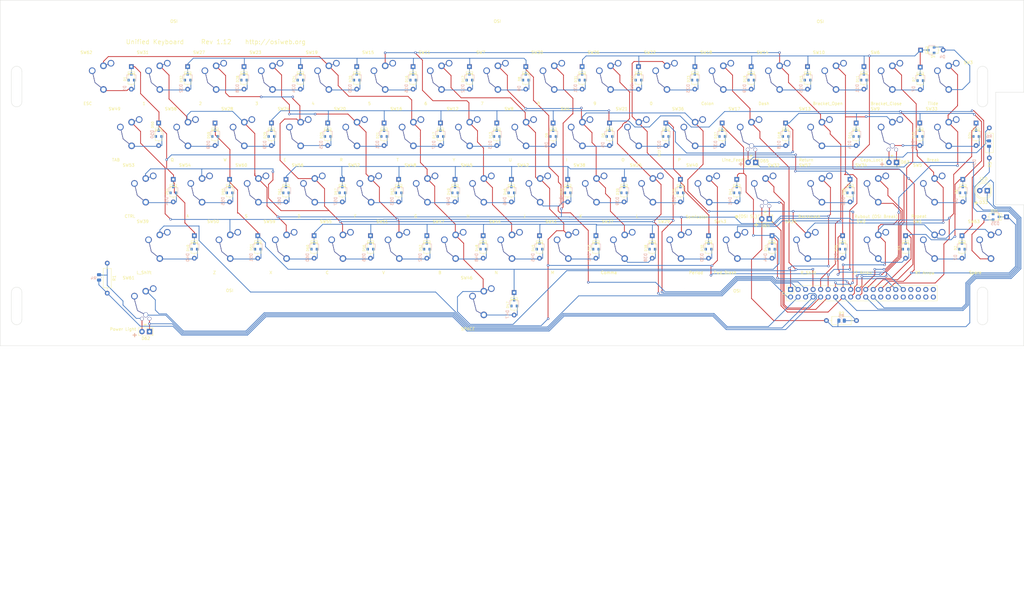
<source format=kicad_pcb>
(kicad_pcb (version 20221018) (generator pcbnew)
  (title_block (title "Classic Retro Keyboard") (date "2021-11-24") (rev "1.12") (company "OSIWeb.org"))
  (layers (0 "F.Cu" signal) (31 "B.Cu" signal) (34 "B.Paste" user) (35 "F.Paste" user) (36 "B.SilkS" user "B.Silkscreen") (37 "F.SilkS" user "F.Silkscreen") (38 "B.Mask" user) (39 "F.Mask" user) (44 "Edge.Cuts" user))
  (net 0 "")
  (net 1 "/Row3")
  (net 2 "/Row0")
  (net 3 "/Row1")
  (net 4 "Net-(D5-Pad2)")
  (net 5 "Net-(D7-Pad2)")
  (net 6 "Net-(D8-Pad2)")
  (net 7 "Net-(D9-Pad2)")
  (net 8 "Net-(D10-Pad2)")
  (net 9 "Net-(D11-Pad2)")
  (net 10 "Net-(D12-Pad2)")
  (net 11 "Net-(D13-Pad2)")
  (net 12 "Net-(D14-Pad2)")
  (net 13 "Net-(D15-Pad2)")
  (net 14 "Net-(D16-Pad2)")
  (net 15 "Net-(D18-Pad2)")
  (net 16 "Net-(D19-Pad2)")
  (net 17 "Net-(D20-Pad2)")
  (net 18 "Net-(D22-Pad2)")
  (net 19 "Net-(D23-Pad2)")
  (net 20 "Net-(D24-Pad2)")
  (net 21 "Net-(D25-Pad2)")
  (net 22 "Net-(D26-Pad2)")
  (net 23 "Net-(D27-Pad2)")
  (net 24 "Net-(D28-Pad2)")
  (net 25 "Net-(D29-Pad2)")
  (net 26 "Net-(D30-Pad2)")
  (net 27 "Net-(D31-Pad2)")
  (net 28 "Net-(D32-Pad2)")
  (net 29 "Net-(D34-Pad2)")
  (net 30 "Net-(D36-Pad2)")
  (net 31 "/Row4")
  (net 32 "/Row5")
  (net 33 "/Row7")
  (net 34 "Net-(D41-Pad2)")
  (net 35 "Net-(D42-Pad2)")
  (net 36 "Net-(D43-Pad2)")
  (net 37 "Net-(D45-Pad2)")
  (net 38 "Net-(D46-Pad2)")
  (net 39 "Net-(D47-Pad2)")
  (net 40 "Net-(D48-Pad2)")
  (net 41 "Net-(D49-Pad2)")
  (net 42 "Net-(D50-Pad2)")
  (net 43 "Net-(D51-Pad2)")
  (net 44 "Net-(D52-Pad2)")
  (net 45 "Net-(D53-Pad2)")
  (net 46 "Net-(D54-Pad2)")
  (net 47 "Net-(D55-Pad2)")
  (net 48 "Net-(D56-Pad2)")
  (net 49 "Net-(D57-Pad2)")
  (net 50 "Net-(D58-Pad2)")
  (net 51 "Net-(D59-Pad2)")
  (net 52 "Net-(D60-Pad2)")
  (net 53 "Net-(D61-Pad2)")
  (net 54 "/Col0")
  (net 55 "/Col1")
  (net 56 "/Col2")
  (net 57 "/Col3")
  (net 58 "/Col4")
  (net 59 "/Col5")
  (net 60 "/Col6")
  (net 61 "/Col7")
  (net 62 "/Row6")
  (net 63 "/Row2")
  (net 64 "Net-(J1-Pad40)")
  (net 65 "Net-(J1-Pad39)")
  (net 66 "Net-(J1-Pad38)")
  (net 67 "Net-(J1-Pad37)")
  (net 68 "Net-(J1-Pad36)")
  (net 69 "Net-(J1-Pad35)")
  (net 70 "Net-(J1-Pad34)")
  (net 71 "Net-(J1-Pad33)")
  (net 72 "Net-(D2-Pad2)")
  (net 73 "Net-(D3-Pad2)")
  (net 74 "Net-(D4-Pad2)")
  (net 75 "Net-(D6-Pad2)")
  (net 76 "Net-(D17-Pad2)")
  (net 77 "Net-(D21-Pad2)")
  (net 78 "Net-(D37-Pad2)")
  (net 79 "Net-(D38-Pad2)")
  (net 80 "Net-(D39-Pad2)")
  (net 81 "Net-(D40-Pad2)")
  (net 82 "Net-(D44-Pad2)")
  (net 83 "Net-(J1-Pad6)")
  (net 84 "Net-(J1-Pad10)")
  (net 85 "Net-(J1-Pad12)")
  (net 86 "Net-(J1-Pad18)")
  (net 87 "Net-(J1-Pad20)")
  (net 88 "Net-(J1-Pad26)")
  (net 89 "Net-(J1-Pad28)")
  (net 90 "Net-(J1-Pad30)")
  (net 91 "Net-(J1-Pad32)")
  (net 92 "Net-(J1-Pad2)")
  (net 93 "Net-(J1-Pad4)")
  (net 94 "Net-(D1-Pad2)")
  (net 95 "Net-(D35-Pad2)")
  (net 96 "Net-(D33-Pad2)")
  (net 97 "Net-(D33-Pad1)")
  (net 98 "Net-(J1-Pad22)")
  (net 99 "Net-(J1-Pad14)")
  (net 100 "Net-(D62-Pad2)")
  (net 101 "Net-(D62-Pad1)")
  (net 102 "Net-(D63-Pad2)")
  (net 103 "Net-(D63-Pad1)")
  (footprint "unikbd:Key_MX" (layer "F.Cu") (at 354.32238 108.84916)
    (fp_text reference "SW33")
    (fp_text value "Break")
  )
  (footprint "unikbd:Key_MX" (layer "F.Cu") (at 349.55988 146.94916)
    (fp_text reference "SW1")
    (fp_text value "RT Arrow")
  )
  (footprint "unikbd:Key_MX" (layer "F.Cu") (at 354.32238 89.79916)
    (fp_text reference "SW3")
    (fp_text value "Tilde")
  )
  (footprint "unikbd:Key_MX" (layer "F.Cu") (at 201.92238 89.79916)
    (fp_text reference "SW7")
    (fp_text value "7")
  )
  (footprint "unikbd:Key_MX" (layer "F.Cu") (at 182.87238 89.79916)
    (fp_text reference "SW11")
    (fp_text value "6")
  )
  (footprint "unikbd:Key_MX" (layer "F.Cu") (at 297.17238 89.79916)
    (fp_text reference "SW14")
    (fp_text value "Dash")
  )
  (footprint "unikbd:Key_MX" (layer "F.Cu") (at 163.82238 89.79916)
    (fp_text reference "SW15")
    (fp_text value "5")
  )
  (footprint "unikbd:Key_MX" (layer "F.Cu") (at 278.12238 89.79916)
    (fp_text reference "SW18")
    (fp_text value "Colon")
  )
  (footprint "unikbd:Key_MX" (layer "F.Cu") (at 144.77238 89.79916)
    (fp_text reference "SW19")
    (fp_text value "4")
  )
  (footprint "unikbd:Key_MX" (layer "F.Cu") (at 249.54738 108.84916)
    (fp_text reference "SW21")
    (fp_text value "O")
  )
  (footprint "unikbd:Key_MX" (layer "F.Cu") (at 125.72238 89.79916)
    (fp_text reference "SW23")
    (fp_text value "3")
  )
  (footprint "unikbd:Key_MX" (layer "F.Cu") (at 240.02238 89.79916)
    (fp_text reference "SW26")
    (fp_text value "9")
  )
  (footprint "unikbd:Key_MX" (layer "F.Cu") (at 106.67238 89.79916)
    (fp_text reference "SW27")
    (fp_text value "2")
  )
  (footprint "unikbd:Key_MX" (layer "F.Cu") (at 220.97238 89.79916)
    (fp_text reference "SW30")
    (fp_text value "8")
  )
  (footprint "unikbd:Key_MX" (layer "F.Cu") (at 87.62238 89.79916)
    (fp_text reference "SW31")
    (fp_text value "1")
  )
  (footprint "unikbd:Key_MX" (layer "F.Cu") (at 349.55988 127.89916)
    (fp_text reference "SW5")
    (fp_text value "Repeat")
  )
  (footprint "unikbd:Key_MX" (layer "F.Cu") (at 330.50988 146.94916)
    (fp_text reference "SW2")
    (fp_text value "LT Arrow")
  )
  (footprint "unikbd:Key_MX" (layer "F.Cu") (at 230.49738 108.84916)
    (fp_text reference "SW4")
    (fp_text value "I")
  )
  (footprint "unikbd:Key_MX" (layer "F.Cu") (at 173.34738 108.84916)
    (fp_text reference "SW16")
    (fp_text value "T")
  )
  (footprint "unikbd:Key_MX" (layer "F.Cu") (at 211.44738 108.84916)
    (fp_text reference "SW8")
    (fp_text value "U")
  )
  (footprint "unikbd:Key_MX" (layer "F.Cu") (at 192.39738 108.84916)
    (fp_text reference "SW12")
    (fp_text value "Y")
  )
  (footprint "unikbd:Key_MX" (layer "F.Cu") (at 154.29738 108.84916)
    (fp_text reference "SW20")
    (fp_text value "R")
  )
  (footprint "unikbd:Key_MX" (layer "F.Cu") (at 135.24738 108.84916)
    (fp_text reference "SW24")
    (fp_text value "E")
  )
  (footprint "unikbd:Key_MX" (layer "F.Cu") (at 116.19738 108.84916)
    (fp_text reference "SW28")
    (fp_text value "W")
  )
  (footprint "unikbd:Key_MX" (layer "F.Cu") (at 78.09738 108.84916)
    (fp_text reference "SW49")
    (fp_text value "TAB")
  )
  (footprint "unikbd:Key_MX" (layer "F.Cu") (at 268.59738 108.84916)
    (fp_text reference "SW36")
    (fp_text value "P")
  )
  (footprint "unikbd:Key_MX" (layer "F.Cu") (at 101.90988 127.89916)
    (fp_text reference "SW54")
    (fp_text value "A")
  )
  (footprint "unikbd:Key_MX" (layer "F.Cu") (at 140.00988 127.89916)
    (fp_text reference "SW56")
    (fp_text value "D")
  )
  (footprint "unikbd:Key_MX" (layer "F.Cu") (at 120.95988 127.89916)
    (fp_text reference "SW60")
    (fp_text value "S")
  )
  (footprint "unikbd:Key_MX" (layer "F.Cu") (at 254.30988 127.89916)
    (fp_text reference "SW25")
    (fp_text value "L")
  )
  (footprint "unikbd:Key_MX" (layer "F.Cu") (at 82.85988 127.89916)
    (fp_text reference "SW53")
    (fp_text value "CTRL")
  )
  (footprint "unikbd:Key_MX" (layer "F.Cu") (at 273.35988 127.89916)
    (fp_text reference "SW40")
    (fp_text value "Semicolon")
  )
  (footprint "unikbd:Key_MX" (layer "F.Cu") (at 235.25988 127.89916)
    (fp_text reference "SW38")
    (fp_text value "K")
  )
  (footprint "unikbd:Key_MX" (layer "F.Cu") (at 159.05988 127.89916)
    (fp_text reference "SW52")
    (fp_text value "F")
  )
  (footprint "unikbd:Key_MX" (layer "F.Cu") (at 178.10988 127.89916)
    (fp_text reference "SW48")
    (fp_text value "G")
  )
  (footprint "unikbd:Key_MX" (layer "F.Cu") (at 216.20988 127.89916)
    (fp_text reference "SW42")
    (fp_text value "J")
  )
  (footprint "unikbd:Key_MX" (layer "F.Cu") (at 197.15988 127.89916)
    (fp_text reference "SW45")
    (fp_text value "H")
  )
  (footprint "unikbd:Key_MX" (layer "F.Cu") (at 149.53488 146.94916)
    (fp_text reference "SW55")
    (fp_text value "C")
  )
  (footprint "unikbd:Key_MX" (layer "F.Cu") (at 130.48488 146.94916)
    (fp_text reference "SW59")
    (fp_text value "X")
  )
  (footprint "unikbd:Key_MX" (layer "F.Cu") (at 187.63488 146.94916)
    (fp_text reference "SW47")
    (fp_text value "B")
  )
  (footprint "unikbd:Key_MX" (layer "F.Cu") (at 87.62238 146.94916)
    (fp_text reference "SW39")
    (fp_text value "L_Shift")
  )
  (footprint "unikbd:Key_MX" (layer "F.Cu") (at 244.78488 146.94916)
    (fp_text reference "SW37")
    (fp_text value "Comma")
  )
  (footprint "unikbd:Key_MX" (layer "F.Cu") (at 206.68488 146.94916)
    (fp_text reference "SW44")
    (fp_text value "N")
  )
  (footprint "unikbd:Key_MX" (layer "F.Cu") (at 111.43488 146.94916)
    (fp_text reference "SW50")
    (fp_text value "Z")
  )
  (footprint "unikbd:Key_MX" (layer "F.Cu") (at 225.73488 146.94916)
    (fp_text reference "SW41")
    (fp_text value "M")
  )
  (footprint "unikbd:Key_MX" (layer "F.Cu") (at 168.58488 146.94916)
    (fp_text reference "SW51")
    (fp_text value "V")
  )
  (footprint "unikbd:Key_MX" (layer "F.Cu") (at 306.69738 146.94916)
    (fp_text reference "SW35")
    (fp_text value "R_Shift")
  )
  (footprint "unikbd:Key_MX" (layer "F.Cu") (at 316.22238 89.79916)
    (fp_text reference "SW10")
    (fp_text value "Bracket_Open")
  )
  (footprint "unikbd:Key_MX" (layer "F.Cu") (at 335.27238 89.79916)
    (fp_text reference "SW6")
    (fp_text value "Bracket_Close")
  )
  (footprint "unikbd:Key_MX" (layer "F.Cu") (at 311.45988 108.84916)
    (fp_text reference "SW13")
    (fp_text value "Return")
  )
  (footprint "unikbd:Key_MX" (layer "F.Cu") (at 259.07238 89.79916)
    (fp_text reference "SW22")
    (fp_text value "0")
  )
  (footprint "unikbd:Key_MX" (layer "F.Cu") (at 311.45988 127.89916)
    (fp_text reference "SW57")
    (fp_text value "Backslash")
  )
  (footprint "unikbd:Key_MX" (layer "F.Cu") (at 263.83488 146.94916)
    (fp_text reference "SW29")
    (fp_text value "Period")
  )
  (footprint "MountingHole:MountingHole_3.5mm" (layer "F.Cu") (at 67.31 77.47)
    (fp_text reference "REF**" hide)
    (fp_text value "MountingHole_3.5mm" hide)
  )
  (footprint "MountingHole:MountingHole_3.5mm" (layer "F.Cu") (at 67.31 171.45)
    (fp_text reference "REF**" hide)
    (fp_text value "MountingHole_3.5mm" hide)
  )
  (footprint "unikbd:Key_MX_LED" (layer "F.Cu") (at 335.27238 108.84916)
    (fp_text reference "SW9")
    (fp_text value "Caps_Lock")
  )
  (footprint "unikbd:Key_MX" (layer "F.Cu") (at 330.50988 127.89916)
    (fp_text reference "SW34")
    (fp_text value "Rubout (OSI Break)")
  )
  (footprint "unikbd:Key_MX" (layer "F.Cu") (at 97.14738 108.84916)
    (fp_text reference "SW58")
    (fp_text value "Q")
  )
  (footprint "unikbd:Key_MX" (layer "F.Cu") (at 68.57238 89.79916)
    (fp_text reference "SW62")
    (fp_text value "ESC")
  )
  (footprint "unikbd:Key_MX" (layer "F.Cu") (at 368.60988 146.94916)
    (fp_text reference "SW63")
    (fp_text value "Spare")
  )
  (footprint "Resistor_THT:R_Axial_DIN0207_L6.3mm_D2.5mm_P10.16mm_Horizontal" (layer "F.Cu") (at 69.85 152.4 -90)
    (fp_text reference "R1")
    (fp_text value "470")
  )
  (footprint "Resistor_THT:R_Axial_DIN0207_L6.3mm_D2.5mm_P10.16mm_Horizontal" (layer "F.Cu") (at 368.046 116.84 90)
    (fp_text reference "R3")
    (fp_text value "470")
  )
  (footprint "unikbd:Key_MX_Spacebar_5.25" (layer "F.Cu") (at 197.15988 165.99916)
    (fp_text reference "SW46")
    (fp_text value "SPACE")
  )
  (footprint "unikbd:OSI mounting holes" (layer "F.Cu") (at 197.15988 165.99916)
    (fp_text reference "REF**" hide)
    (fp_text value "OSI mounting holes")
  )
  (footprint "LED_THT:LED_D2.0mm_W4.8mm_H2.5mm_FlatTop" (layer "F.Cu") (at 84.14258 175.54194 180)
    (fp_text reference "D62")
    (fp_text value "LED")
  )
  (footprint "unikbd:Key_MX_LED" (layer "F.Cu") (at 82.85988 165.99916)
    (fp_text reference "SW61")
    (fp_text value "Power Light")
  )
  (footprint "LED_THT:LED_D2.0mm_W4.8mm_H2.5mm_FlatTop" (layer "F.Cu") (at 293.67988 137.43432 180)
    (fp_text reference "D64")
    (fp_text value "LED")
  )
  (footprint "unikbd:Key_MX_LED" (layer "F.Cu") (at 287.64738 108.84916)
    (fp_text reference "SW17")
    (fp_text value "Line_Feed")
  )
  (footprint "LED_THT:LED_D2.0mm_W4.8mm_H2.5mm_FlatTop" (layer "F.Cu") (at 289.052 118.35892 180)
    (fp_text reference "D65")
    (fp_text value "LED")
  )
  (footprint "unikbd:Key_MX" (layer "F.Cu") (at 282.88488 146.94916)
    (fp_text reference "SW43")
    (fp_text value "Fwd_Slash")
  )
  (footprint "unikbd:Key_MX_LED" (layer "F.Cu") (at 292.40988 127.89916)
    (fp_text reference "SW32")
    (fp_text value "@(OSI SL)")
  )
  (footprint "unikbd:kbd_header_and_mounting_holes" (layer "F.Cu") (at 301.0408 163.87826 90)
    (fp_text reference "J1")
    (fp_text value "Controller")
  )
  (footprint "Resistor_THT:R_Axial_DIN0207_L6.3mm_D2.5mm_P10.16mm_Horizontal" (layer "F.Cu") (at 312.98388 171.8183)
    (fp_text reference "R2")
    (fp_text value "470")
  )
  (footprint "LED_THT:LED_D5.0mm" (layer "F.Cu") (at 367.3602 127.889 180)
    (fp_text reference "D33")
    (fp_text value "LED")
  )
  (footprint "LED_THT:LED_D2.0mm_W4.8mm_H2.5mm_FlatTop" (layer "F.Cu") (at 336.677 118.35892 180)
    (fp_text reference "D63")
    (fp_text value "LED")
  )
  (footprint "MountingHole:MountingHole_3.5mm" (layer "F.Cu") (at 143.51 77.47)
    (fp_text reference "REF**" hide)
    (fp_text value "MountingHole_3.5mm" hide)
  )
  (footprint "MountingHole:MountingHole_3.5mm" (layer "F.Cu") (at 290.83 77.47)
    (fp_text reference "REF**" hide)
    (fp_text value "MountingHole_3.5mm" hide)
  )
  (footprint "MountingHole:MountingHole_3.5mm" (layer "F.Cu") (at 102.6795 171.45)
    (fp_text reference "REF**" hide)
    (fp_text value "MountingHole_3.5mm" hide)
  )
  (footprint "MountingHole:MountingHole_3.5mm" (layer "F.Cu") (at 217.17 77.47)
    (fp_text reference "REF**" hide)
    (fp_text value "MountingHole_3.5mm" hide)
  )
  (footprint "MountingHole:MountingHole_3.5mm" (layer "F.Cu") (at 364.49 77.47)
    (fp_text reference "REF**" hide)
    (fp_text value "MountingHole_3.5mm" hide)
  )
  (footprint "unikbd:diode-combined" (layer "B.Cu") (at 363.58322 108.58246 -90)
    (fp_text reference "D34")
    (fp_text value "1N4148" hide)
  )
  (footprint "unikbd:diode-combined" (layer "B.Cu") (at 207.40878 165.88486 -90)
    (fp_text reference "D47")
    (fp_text value "1N4148")
  )
  (footprint "unikbd:diode-combined" (layer "B.Cu") (at 320.9798 127.63246 -90)
    (fp_text reference "D58")
    (fp_text value "1N4148")
  )
  (footprint "unikbd:diode-combined" (layer "B.Cu") (at 211.34578 89.53246 -90)
    (fp_text reference "D8")
    (fp_text value "1N4148")
  )
  (footprint "unikbd:diode-combined" (layer "B.Cu") (at 325.64578 89.53246 -90)
    (fp_text reference "D11")
    (fp_text value "1N4148")
  )
  (footprint "unikbd:diode-combined" (layer "B.Cu") (at 192.29578 89.53246 -90)
    (fp_text reference "D12")
    (fp_text value "1N4148")
  )
  (footprint "unikbd:diode-combined" (layer "B.Cu") (at 306.59578 89.53246 -90)
    (fp_text reference "D15")
    (fp_text value "1N4148")
  )
  (footprint "unikbd:diode-combined" (layer "B.Cu") (at 173.24578 89.53246 -90)
    (fp_text reference "D16")
    (fp_text value "1N4148")
  )
  (footprint "unikbd:diode-combined" (layer "B.Cu") (at 287.54578 89.53246 -90)
    (fp_text reference "D19")
    (fp_text value "1N4148")
  )
  (footprint "unikbd:diode-combined" (layer "B.Cu") (at 154.19578 89.53246 -90)
    (fp_text reference "D20")
    (fp_text value "1N4148")
  )
  (footprint "unikbd:diode-combined" (layer "B.Cu") (at 135.14578 89.53246 -90)
    (fp_text reference "D24")
    (fp_text value "1N4148")
  )
  (footprint "unikbd:diode-combined" (layer "B.Cu") (at 249.44578 89.53246 -90)
    (fp_text reference "D27")
    (fp_text value "1N4148")
  )
  (footprint "unikbd:diode-combined" (layer "B.Cu") (at 116.09578 89.53246 -90)
    (fp_text reference "D28")
    (fp_text value "1N4148")
  )
  (footprint "unikbd:diode-combined" (layer "B.Cu") (at 230.39578 89.53246 -90)
    (fp_text reference "D31")
    (fp_text value "1N4148")
  )
  (footprint "unikbd:diode-combined" (layer "B.Cu") (at 97.04578 89.53246 -90)
    (fp_text reference "D32")
    (fp_text value "1N4148")
  )
  (footprint "unikbd:diode-combined" (layer "B.Cu") (at 323.04228 108.58246 -90)
    (fp_text reference "D14")
    (fp_text value "1N4148")
  )
  (footprint "unikbd:diode-combined" (layer "B.Cu") (at 359.0798 127.63246 -90)
    (fp_text reference "D6")
    (fp_text value "1N4148" hide)
  )
  (footprint "unikbd:diode-combined" (layer "B.Cu") (at 277.74138 108.58246 -90)
    (fp_text reference "D37")
    (fp_text value "1N4148")
  )
  (footprint "unikbd:diode-combined" (layer "B.Cu") (at 87.24138 108.58246 -90)
    (fp_text reference "D50")
    (fp_text value "1N4148")
  )
  (footprint "unikbd:diode-combined" (layer "B.Cu") (at 220.59138 108.58246 -90)
    (fp_text reference "D9")
    (fp_text value "1N4148")
  )
  (footprint "unikbd:diode-combined" (layer "B.Cu") (at 268.49578 89.53246 -90)
    (fp_text reference "D23")
    (fp_text value "1N4148")
  )
  (footprint "unikbd:diode-combined" (layer "B.Cu") (at 125.34138 108.58246 -90)
    (fp_text reference "D29")
    (fp_text value "1N4148")
  )
  (footprint "unikbd:diode-combined" (layer "B.Cu") (at 106.29138 108.58246 -90)
    (fp_text reference "D59")
    (fp_text value "1N4148")
  )
  (footprint "unikbd:diode-combined" (layer "B.Cu") (at 182.49138 108.58246 -90)
    (fp_text reference "D17")
    (fp_text value "1N4148")
  )
  (footprint "unikbd:diode-combined" (layer "B.Cu") (at 144.39138 108.58246 -90)
    (fp_text reference "D25")
    (fp_text value "1N4148")
  )
  (footprint "unikbd:diode-combined" (layer "B.Cu") (at 163.44138 108.58246 -90)
    (fp_text reference "D21")
    (fp_text value "1N4148")
  )
  (footprint "unikbd:diode-combined" (layer "B.Cu") (at 201.54138 108.58246 -90)
    (fp_text reference "D13")
    (fp_text value "1N4148")
  )
  (footprint "unikbd:diode-combined" (layer "B.Cu") (at 239.64138 108.58246 -90)
    (fp_text reference "D5")
    (fp_text value "1N4148")
  )
  (footprint "unikbd:diode-combined" (layer "B.Cu") (at 244.56898 127.63246 -90)
    (fp_text reference "D39")
    (fp_text value "1N4148")
  )
  (footprint "unikbd:diode-combined" (layer "B.Cu") (at 225.51898 127.63246 -90)
    (fp_text reference "D43")
    (fp_text value "1N4148")
  )
  (footprint "unikbd:diode-combined" (layer "B.Cu") (at 149.31898 127.63246 -90)
    (fp_text reference "D57")
    (fp_text value "1N4148")
  )
  (footprint "unikbd:diode-combined" (layer "B.Cu") (at 111.21898 127.63246 -90)
    (fp_text reference "D55")
    (fp_text value "1N4148")
  )
  (footprint "unikbd:diode-combined" (layer "B.Cu") (at 168.36898 127.63246 -90)
    (fp_text reference "D53")
    (fp_text value "1N4148")
  )
  (footprint "unikbd:diode-combined" (layer "B.Cu") (at 92.16898 127.63246 -90)
    (fp_text reference "D54")
    (fp_text value "1N4148")
  )
  (footprint "unikbd:diode-combined" (layer "B.Cu") (at 187.41898 127.63246 -90)
    (fp_text reference "D49")
    (fp_text value "1N4148")
  )
  (footprint "unikbd:diode-combined" (layer "B.Cu") (at 206.46898 127.63246 -90)
    (fp_text reference "D46")
    (fp_text value "1N4148")
  )
  (footprint "unikbd:diode-combined" (layer "B.Cu") (at 130.26898 127.63246 -90)
    (fp_text reference "D61")
    (fp_text value "1N4148")
  )
  (footprint "unikbd:diode-combined" (layer "B.Cu") (at 263.61898 127.63246 -90)
    (fp_text reference "D26")
    (fp_text value "1N4148")
  )
  (footprint "unikbd:diode-combined" (layer "B.Cu") (at 344.69578 89.7001 -90)
    (fp_text reference "D7")
    (fp_text value "1N4148")
  )
  (footprint "unikbd:diode-combined" (layer "B.Cu") (at 344.53322 108.58246 -90)
    (fp_text reference "D10")
    (fp_text value "1N4148")
  )
  (footprint "unikbd:diode-combined" (layer "B.Cu") (at 258.69138 108.58246 -90)
    (fp_text reference "D22")
    (fp_text value "1N4148")
  )
  (footprint "unikbd:diode-combined" (layer "B.Cu") (at 77.99578 89.53246 -90)
    (fp_text reference "D1")
    (fp_text value "1N4148")
  )
  (footprint "unikbd:diode-combined" (layer "B.Cu") (at 370.3193 136.7536 180)
    (fp_text reference "D35")
    (fp_text value "1N4148" hide)
  )
  (footprint "unikbd:diode-combined" (layer "B.Cu") (at 299.19168 108.58246 -90)
    (fp_text reference "D18")
    (fp_text value "1N4148")
  )
  (footprint "Resistor_SMD:R_0805_2012Metric" (layer "B.Cu") (at 67.0814 157.226 -90)
    (fp_text reference "R4")
    (fp_text value "470" hide)
  )
  (footprint "Resistor_SMD:R_0805_2012Metric" (layer "B.Cu") (at 318.1096 171.8564)
    (fp_text reference "R5")
    (fp_text value "470" hide)
  )
  (footprint "Resistor_SMD:R_0805_2012Metric" (layer "B.Cu") (at 367.9444 111.9886 90)
    (fp_text reference "R6")
    (fp_text value "470" hide)
  )
  (footprint "unikbd:diode-combined" (layer "B.Cu") (at 318.44488 146.68246 -90)
    (fp_text reference "D36")
    (fp_text value "1N4148")
  )
  (footprint "unikbd:diode-combined" (layer "B.Cu") (at 273.14398 146.68246 -90)
    (fp_text reference "D30")
    (fp_text value "1N4148")
  )
  (footprint "unikbd:diode-combined" (layer "B.Cu") (at 254.09398 146.68246 -90)
    (fp_text reference "D38")
    (fp_text value "1N4148")
  )
  (footprint "unikbd:diode-combined" (layer "B.Cu") (at 99.29368 146.68246 -90)
    (fp_text reference "D40")
    (fp_text value "1N4148")
  )
  (footprint "unikbd:diode-combined" (layer "B.Cu") (at 294.59428 146.68246 -90)
    (fp_text reference "D44")
    (fp_text value "1N4148")
  )
  (footprint "unikbd:diode-combined" (layer "B.Cu") (at 235.04398 146.68246 -90)
    (fp_text reference "D42")
    (fp_text value "1N4148")
  )
  (footprint "unikbd:diode-combined" (layer "B.Cu") (at 215.99398 146.68246 -90)
    (fp_text reference "D45")
    (fp_text value "1N4148")
  )
  (footprint "unikbd:diode-combined" (layer "B.Cu") (at 196.94398 146.68246 -90)
    (fp_text reference "D48")
    (fp_text value "1N4148")
  )
  (footprint "unikbd:diode-combined" (layer "B.Cu") (at 120.74398 146.68246 -90)
    (fp_text reference "D51")
    (fp_text value "1N4148")
  )
  (footprint "unikbd:diode-combined" (layer "B.Cu") (at 177.89398 146.68246 -90)
    (fp_text reference "D52")
    (fp_text value "1N4148")
  )
  (footprint "unikbd:diode-combined" (layer "B.Cu") (at 158.84398 146.68246 -90)
    (fp_text reference "D56")
    (fp_text value "1N4148")
  )
  (footprint "unikbd:diode-combined" (layer "B.Cu") (at 139.79398 146.68246 -90)
    (fp_text reference "D60")
    (fp_text value "1N4148")
  )
  (footprint "unikbd:diode-combined" (layer "B.Cu") (at 358.806513 146.68246 -90)
    (fp_text reference "D2")
    (fp_text value "1N4148")
  )
  (footprint "unikbd:diode-combined" (layer "B.Cu") (at 339.756513 146.68246 -90)
    (fp_text reference "D3")
    (fp_text value "1N4148")
  )
  (footprint "unikbd:diode-combined" (layer "B.Cu") (at 282.66898 127.63246 -90)
    (fp_text reference "D41")
    (fp_text value "1N4148")
  )
  (footprint "unikbd:diode-combined" (layer "B.Cu") (at 348.3864 80.391)
    (fp_text reference "D4")
    (fp_text value "1N4148" hide)
  )
  (gr_line (start 379.73 63.5) (end 33.64738 63.5) (stroke (width 0.1)) (layer "Edge.Cuts"))
  (gr_line (start 33.64738 180.34) (end 379.73 180.34) (stroke (width 0.1)) (layer "Edge.Cuts"))
  (gr_line (start 379.73 63.5) (end 379.73 94.615) (stroke (width 0.1016)) (layer "Edge.Cuts"))
  (gr_line (start 370.21738 94.615) (end 370.21738 132.715) (stroke (width 0.1016)) (layer "Edge.Cuts"))
  (gr_line (start 370.21738 94.615) (end 379.73 94.615) (stroke (width 0.1016)) (layer "Edge.Cuts"))
  (gr_line (start 379.73 132.715) (end 379.73 180.34) (stroke (width 0.1016)) (layer "Edge.Cuts"))
  (gr_arc (start 41.01338 97.79) (mid 39.23538 99.568) (end 37.45738 97.79) (stroke (width 0.1016)) (layer "Edge.Cuts"))
  (gr_arc (start 37.45738 87.63) (mid 39.23538 85.852) (end 41.01338 87.63) (stroke (width 0.1016)) (layer "Edge.Cuts"))
  (gr_line (start 37.45738 97.79) (end 37.45738 87.63) (stroke (width 0.1016)) (layer "Edge.Cuts"))
  (gr_arc (start 37.45738 162.306) (mid 39.23538 160.528) (end 41.01338 162.306) (stroke (width 0.1016)) (layer "Edge.Cuts"))
  (gr_line (start 41.01338 171.45) (end 41.01338 162.306) (stroke (width 0.1016)) (layer "Edge.Cuts"))
  (gr_line (start 37.45738 171.45) (end 37.45738 162.306) (stroke (width 0.1016)) (layer "Edge.Cuts"))
  (gr_arc (start 41.01338 171.45) (mid 39.23538 173.228) (end 37.45738 171.45) (stroke (width 0.1016)) (layer "Edge.Cuts"))
  (gr_line (start 367.538 87.63) (end 367.538 97.79) (stroke (width 0.1016)) (layer "Edge.Cuts"))
  (gr_line (start 363.982 87.63) (end 363.982 97.79) (stroke (width 0.1016)) (layer "Edge.Cuts"))
  (gr_arc (start 367.538 97.79) (mid 365.76 99.568) (end 363.982 97.79) (stroke (width 0.1016)) (layer "Edge.Cuts"))
  (gr_arc (start 363.982 87.63) (mid 365.76 85.852) (end 367.538 87.63) (stroke (width 0.1016)) (layer "Edge.Cuts"))
  (gr_line (start 367.538 171.45) (end 367.538 162.306) (stroke (width 0.1016)) (layer "Edge.Cuts"))
  (gr_arc (start 363.982 162.306) (mid 365.76 160.528) (end 367.538 162.306) (stroke (width 0.1016)) (layer "Edge.Cuts"))
  (gr_arc (start 367.538 171.45) (mid 365.76 173.228) (end 363.982 171.45) (stroke (width 0.1016)) (layer "Edge.Cuts"))
  (gr_line (start 363.982 171.45) (end 363.982 162.306) (stroke (width 0.1016)) (layer "Edge.Cuts"))
  (gr_line (start 41.01338 97.79) (end 41.01338 87.63) (stroke (width 0.1016)) (layer "Edge.Cuts"))
  (gr_line (start 370.21738 132.715) (end 379.73 132.715) (stroke (width 0.1016)) (layer "Edge.Cuts"))
  (gr_line (start 33.64738 63.5) (end 33.64738 180.34) (stroke (width 0.1016)) (layer "Edge.Cuts"))
  (gr_text "+" (at 331.81 118.87) (layer "B.SilkS") (effects (font (size 1.5 1.5) (thickness 0.3)) (justify mirror)))
  (gr_text "+" (at 284.051 118.8016) (layer "B.SilkS") (effects (font (size 1.5 1.5) (thickness 0.3)) (justify mirror)))
  (gr_text "+" (at 79.131 176.6316) (layer "B.SilkS") (effects (font (size 1.5 1.5) (thickness 0.3)) (justify mirror)))
  (gr_text "+" (at 289.2552 139.319) (layer "F.SilkS") (effects (font (size 1.5 1.5) (thickness 0.3)) (justify mirror)))
  (gr_text "Unified Keyboard     Rev 1.12    http://osiweb.org" (at 106.553 77.597) (layer "F.SilkS") (effects (font (size 1.524 1.524) (thickness 0.1778))))
  (gr_text "+" (at 363.601 131.9276) (layer "F.SilkS") (effects (font (size 1.5 1.5) (thickness 0.3)) (justify mirror)))
  (gr_text "+" (at 284.0736 118.7958) (layer "F.SilkS") (effects (font (size 1.5 1.5) (thickness 0.3)) (justify mirror)))
  (gr_text "+" (at 79.121 176.6316) (layer "F.SilkS") (effects (font (size 1.5 1.5) (thickness 0.3)) (justify mirror)))
  (gr_text "+" (at 331.8002 118.872) (layer "F.SilkS") (effects (font (size 1.5 1.5) (thickness 0.3)) (justify mirror)))
  (segment (start 339.05698 158.55442) (end 341.63 155.9814) (width 0.254) (layer "F.Cu") (net 1))
  (segment (start 341.63 155.702) (end 342.671399 154.660601) (width 0.254) (layer "F.Cu") (net 1))
  (segment (start 334.10144 158.55442) (end 339.05698 158.55442) (width 0.254) (layer "F.Cu") (net 1))
  (segment (start 341.63 155.9814) (end 341.63 155.702) (width 0.254) (layer "F.Cu") (net 1))
  (segment (start 340.83941 123.825) (end 342.671399 125.656989) (width 0.254) (layer "F.Cu") (net 1))
  (segment (start 331.343 161.31286) (end 334.10144 158.55442) (width 0.254) (layer "F.Cu") (net 1))
  (segment (start 342.671399 125.656989) (end 342.671399 154.660601) (width 0.254) (layer "F.Cu") (net 1))
  (via (at 340.83941 123.825) (size 0.8128) (drill 0.4064) (layers "F.Cu" "B.Cu") (net 1))
  (via (at 341.63 155.702) (size 0.8128) (drill 0.4064) (layers "F.Cu" "B.Cu") (net 1))
  (segment (start 149.42058 124.08916) (end 149.42058 123.03516) (width 0.254) (layer "B.Cu") (net 1))
  (segment (start 149.1615 119.73052) (end 168.48582 119.73052) (width 0.254) (layer "B.Cu") (net 1))
  (segment (start 225.62058 123.03516) (end 225.58756 123.00214) (width 0.254) (layer "B.Cu") (net 1))
  (segment (start 341.63 155.702) (end 374.712066 155.702) (width 0.254) (layer "B.Cu") (net 1))
  (segment (start 225.62058 124.08916) (end 225.62058 123.03516) (width 0.254) (layer "B.Cu") (net 1))
  (segment (start 226.38512 120.52808) (end 244.69344 120.52808) (width 0.254) (layer "B.Cu") (net 1))
  (segment (start 376.897956 153.51611) (end 376.897956 139.368642) (width 0.254) (layer "B.Cu") (net 1))
  (segment (start 168.47058 123.03516) (end 168.48582 123.01992) (width 0.254) (layer "B.Cu") (net 1))
  (segment (start 374.712066 155.702) (end 376.897956 153.51611) (width 0.254) (layer "B.Cu") (net 1))
  (segment (start 130.37058 123.03516) (end 133.67522 119.73052) (width 0.254) (layer "B.Cu") (net 1))
  (segment (start 244.69344 120.52808) (end 244.69344 124.0663) (width 0.254) (layer "B.Cu") (net 1))
  (segment (start 149.42058 123.03516) (end 149.1615 122.77608) (width 0.254) (layer "B.Cu") (net 1))
  (segment (start 376.897956 139.368642) (end 374.232114 136.7028) (width 0.254) (layer "B.Cu") (net 1))
  (segment (start 168.48582 119.73052) (end 187.59424 119.73052) (width 0.254) (layer "B.Cu") (net 1))
  (segment (start 225.58756 123.00214) (end 225.58756 119.73052) (width 0.254) (layer "B.Cu") (net 1))
  (segment (start 244.69344 120.52808) (end 337.54249 120.52808) (width 0.254) (layer "B.Cu") (net 1))
  (segment (start 149.1615 122.77608) (end 149.1615 119.73052) (width 0.254) (layer "B.Cu") (net 1))
  (segment (start 187.59424 119.73052) (end 206.51724 119.73052) (width 0.254) (layer "B.Cu") (net 1))
  (segment (start 206.51724 119.73052) (end 225.58756 119.73052) (width 0.254) (layer "B.Cu") (net 1))
  (segment (start 168.47058 124.08916) (end 168.47058 123.03516) (width 0.254) (layer "B.Cu") (net 1))
  (segment (start 206.51724 119.73052) (end 206.57058 119.78386) (width 0.254) (layer "B.Cu") (net 1))
  (segment (start 130.37058 124.08916) (end 130.37058 123.03516) (width 0.254) (layer "B.Cu") (net 1))
  (segment (start 168.48582 123.01992) (end 168.48582 119.73052) (width 0.254) (layer "B.Cu") (net 1))
  (segment (start 187.59424 119.73052) (end 187.52058 119.80418) (width 0.254) (layer "B.Cu") (net 1))
  (segment (start 337.54249 120.52808) (end 340.83941 123.825) (width 0.254) (layer "B.Cu") (net 1))
  (segment (start 133.67522 119.73052) (end 149.1615 119.73052) (width 0.254) (layer "B.Cu") (net 1))
  (segment (start 225.58756 119.73052) (end 226.38512 120.52808) (width 0.254) (layer "B.Cu") (net 1))
  (segment (start 187.52058 119.80418) (end 187.52058 124.08916) (width 0.254) (layer "B.Cu") (net 1))
  (segment (start 206.57058 119.78386) (end 206.57058 124.08916) (width 0.254) (layer "B.Cu") (net 1))
  (segment (start 81.1276 95.0976) (end 87.34298 101.31298) (width 0.254) (layer "F.Cu") (net 2))
  (segment (start 318.54648 143.13916) (end 317.49248 143.13916) (width 0.254) (layer "F.Cu") (net 2))
  (segment (start 318.47028 142.00896) (end 318.47028 127.75428) (width 0.254) (layer "F.Cu") (net 2))
  (segment (start 96.08312 132.0419) (end 96.08312 138.80846) (width 0.254) (layer "F.Cu") (net 2))
  (segment (start 96.08312 138.80846) (end 96.11858 138.80846) (width 0.254) (layer "F.Cu") (net 2))
  (segment (start 302.5902 115.798598) (end 302.5902 121.2088) (width 0.254) (layer "F.Cu") (net 2))
  (segment (start 92.27058 122.64898) (end 92.27058 124.08916) (width 0.254) (layer "F.Cu") (net 2))
  (segment (start 89.93886 108.68904) (end 89.93886 120.31726) (width 0.254) (layer "F.Cu") (net 2))
  (segment (start 99.39528 142.08516) (end 99.39528 143.13916) (width 0.254) (layer "F.Cu") (net 2))
  (segment (start 79.15138 85.98916) (end 81.1276 87.96538) (width 0.254) (layer "F.Cu") (net 2))
  (segment (start 302.5902 121.2088) (end 302.4886 121.3104) (width 0.254) (layer "F.Cu") (net 2))
  (segment (start 87.34298 101.31298) (end 87.34298 105.03916) (width 0.254) (layer "F.Cu") (net 2))
  (segment (start 318.47028 127.75428) (end 321.0814 125.14316) (width 0.254) (layer "F.Cu") (net 2))
  (segment (start 92.5322 128.49098) (end 96.08312 132.0419) (width 0.254) (layer "F.Cu") (net 2))
  (segment (start 92.27058 125.14316) (end 92.5322 125.40478) (width 0.254) (layer "F.Cu") (net 2))
  (segment (start 317.49248 143.13916) (end 316.896034 143.735606) (width 0.254) (layer "F.Cu") (net 2))
  (segment (start 318.54648 142.08516) (end 318.47028 142.00896) (width 0.254) (layer "F.Cu") (net 2))
  (segment (start 317.302433 155.834635) (end 316.896034 156.241034) (width 0.254) (layer "F.Cu") (net 2))
  (segment (start 87.34298 105.03916) (end 87.34298 106.09316) (width 0.254) (layer "F.Cu") (net 2))
  (segment (start 321.0814 125.14316) (end 321.0814 124.08916) (width 0.254) (layer "F.Cu") (net 2))
  (segment (start 316.896034 143.735606) (end 316.896034 154.493212) (width 0.254) (layer "F.Cu") (net 2))
  (segment (start 78.09738 85.98916) (end 79.15138 85.98916) (width 0.254) (layer "F.Cu") (net 2))
  (segment (start 96.11858 138.80846) (end 99.39528 142.08516) (width 0.254) (layer "F.Cu") (net 2))
  (segment (start 318.54648 143.13916) (end 318.54648 142.08516) (width 0.254) (layer "F.Cu") (net 2))
  (segment (start 317.302433 154.899611) (end 317.302433 155.834635) (width 0.254) (layer "F.Cu") (net 2))
  (segment (start 92.5322 125.40478) (end 92.5322 128.49098) (width 0.254) (layer "F.Cu") (net 2))
  (segment (start 89.93886 120.31726) (end 92.27058 122.64898) (width 0.254) (layer "F.Cu") (net 2))
  (segment (start 87.34298 106.09316) (end 89.93886 108.68904) (width 0.254) (layer "F.Cu") (net 2))
  (segment (start 316.896034 154.493212) (end 317.302433 154.899611) (width 0.254) (layer "F.Cu") (net 2))
  (segment (start 92.27058 124.08916) (end 92.27058 125.14316) (width 0.254) (layer "F.Cu") (net 2))
  (segment (start 81.1276 87.96538) (end 81.1276 95.0976) (width 0.254) (layer "F.Cu") (net 2))
  (via (at 302.4886 121.3104) (size 0.8128) (drill 0.4064) (layers "F.Cu" "B.Cu") (net 2))
  (via (at 302.5902 115.798598) (size 0.8128) (drill 0.4064) (layers "F.Cu" "B.Cu") (net 2))
  (via (at 89.93886 117.42166) (size 0.8128) (drill 0.4064) (layers "F.Cu" "B.Cu") (net 2))
  (via (at 316.896034 156.241034) (size 0.8128) (drill 0.4064) (layers "F.Cu" "B.Cu") (net 2))
  (segment (start 89.93886 117.42166) (end 91.561922 115.798598) (width 0.254) (layer "B.Cu") (net 2))
  (segment (start 333.122308 155.472168) (end 317.6649 155.472168) (width 0.254) (layer "B.Cu") (net 2))
  (segment (start 317.6649 155.472168) (end 317.302433 155.834635) (width 0.254) (layer "B.Cu") (net 2))
  (segment (start 338.963 161.31286) (end 333.122308 155.472168) (width 0.254) (layer "B.Cu") (net 2))
  (segment (start 319.41008 121.3104) (end 302.4886 121.3104) (width 0.254) (layer "B.Cu") (net 2))
  (segment (start 91.561922 115.798598) (end 302.5902 115.798598) (width 0.254) (layer "B.Cu") (net 2))
  (segment (start 321.0814 122.98172) (end 319.41008 121.3104) (width 0.254) (layer "B.Cu") (net 2))
  (segment (start 317.302433 155.834635) (end 316.896034 156.241034) (width 0.254) (layer "B.Cu") (net 2))
  (segment (start 321.0814 124.08916) (end 321.0814 122.98172) (width 0.254) (layer "B.Cu") (net 2))
  (segment (start 113.90376 127.72634) (end 113.90376 135.4836) (width 0.254) (layer "F.Cu") (net 3))
  (segment (start 284.988 122.0724) (end 284.988 113.23818) (width 0.254) (layer "F.Cu") (net 3))
  (segment (start 114.24402 135.4836) (end 120.84558 142.08516) (width 0.254) (layer "F.Cu") (net 3))
  (segment (start 277.84298 106.09316) (end 277.84298 105.03916) (width 0.254) (layer "F.Cu") (net 3))
  (segment (start 284.988 122.0724) (end 283.464 122.0724) (width 0.254) (layer "F.Cu") (net 3))
  (segment (start 120.84558 142.08516) (end 120.84558 143.13916) (width 0.254) (layer "F.Cu") (net 3))
  (segment (start 111.32058 125.14316) (end 113.90376 127.72634) (width 0.254) (layer "F.Cu") (net 3))
  (segment (start 106.39298 105.03916) (end 106.39298 109.08284) (width 0.254) (layer "F.Cu") (net 3))
  (segment (start 284.988 113.23818) (end 277.84298 106.09316) (width 0.254) (layer "F.Cu") (net 3))
  (segment (start 283.464 122.0724) (end 282.89758 122.63882) (width 0.254) (layer "F.Cu") (net 3))
  (segment (start 111.32058 124.08916) (end 111.32058 125.14316) (width 0.254) (layer "F.Cu") (net 3))
  (segment (start 285.0896 122.0724) (end 284.988 122.0724) (width 0.254) (layer "F.Cu") (net 3))
  (segment (start 294.69588 143.13916) (end 296.417988 144.861268) (width 0.254) (layer "F.Cu") (net 3))
  (segment (start 282.89758 122.63882) (end 282.89758 124.08916) (width 0.254) (layer "F.Cu") (net 3))
  (segment (start 285.8262 122.809) (end 285.0896 122.0724) (width 0.254) (layer "F.Cu") (net 3))
  (segment (start 113.90376 135.4836) (end 114.24402 135.4836) (width 0.254) (layer "F.Cu") (net 3))
  (segment (start 285.8262 128.4224) (end 285.8262 122.809) (width 0.254) (layer "F.Cu") (net 3))
  (segment (start 111.32058 114.01044) (end 111.32058 124.08916) (width 0.254) (layer "F.Cu") (net 3))
  (segment (start 288.29 143.0274) (end 288.29 130.8862) (width 0.254) (layer "F.Cu") (net 3))
  (segment (start 288.29 130.8862) (end 285.8262 128.4224) (width 0.254) (layer "F.Cu") (net 3))
  (segment (start 296.417988 144.861268) (end 296.417988 157.416559) (width 0.254) (layer "F.Cu") (net 3))
  (segment (start 106.39298 109.08284) (end 111.32058 114.01044) (width 0.254) (layer "F.Cu") (net 3))
  (via (at 288.29 143.0274) (size 0.8128) (drill 0.4064) (layers "F.Cu" "B.Cu") (net 3))
  (via (at 296.417988 157.416559) (size 0.8128) (drill 0.4064) (layers "F.Cu" "B.Cu") (net 3))
  (segment (start 295.027971 154.485989) (end 130.990989 154.485989) (width 0.254) (layer "B.Cu") (net 3))
  (segment (start 130.990989 154.485989) (end 123.34621 146.84121) (width 0.254) (layer "B.Cu") (net 3))
  (segment (start 296.673811 157.672382) (end 296.417988 157.416559) (width 0.254) (layer "B.Cu") (net 3))
  (segment (start 294.32411 143.0274) (end 288.29 143.0274) (width 0.254) (layer "B.Cu") (net 3))
  (segment (start 294.69588 143.13916) (end 295.74988 143.13916) (width 0.254) (layer "B.Cu") (net 3))
  (segment (start 123.34621 145.51279) (end 121.35959 143.52617) (width 0.254) (layer "B.Cu") (net 3))
  (segment (start 296.92854 144.31782) (end 296.92854 152.58542) (width 0.254) (layer "B.Cu") (net 3))
  (segment (start 295.74988 143.13916) (end 296.92854 144.31782) (width 0.254) (layer "B.Cu") (net 3))
  (segment (start 296.92854 152.58542) (end 295.027971 154.485989) (width 0.254) (layer "B.Cu") (net 3))
  (segment (start 207.40878 154.49042) (end 207.40878 162.34156) (width 0.254) (layer "B.Cu") (net 3))
  (segment (start 123.34621 146.84121) (end 123.34621 145.51279) (width 0.254) (layer "B.Cu") (net 3))
  (segment (start 336.423 161.31286) (end 332.782522 157.672382) (width 0.254) (layer "B.Cu") (net 3))
  (segment (start 332.782522 157.672382) (end 296.673811 157.672382) (width 0.254) (layer "B.Cu") (net 3))
  (segment (start 230.21798 112.91316) (end 239.48898 112.91316) (width 0.254) (layer "B.Cu") (net 4))
  (segment (start 335.27238 93.86316) (end 344.71102 93.86316) (width 0.254) (layer "B.Cu") (net 5))
  (segment (start 201.92238 93.86316) (end 211.19338 93.86316) (width 0.254) (layer "B.Cu") (net 6))
  (segment (start 211.16798 112.91316) (end 220.43898 112.91316) (width 0.254) (layer "B.Cu") (net 7))
  (segment (start 338.836 112.649) (end 335.751789 112.649) (width 0.254) (layer "F.Cu") (net 8))
  (via (at 338.836 112.649) (size 0.8128) (drill 0.4064) (layers "F.Cu" "B.Cu") (net 8))
  (segment (start 338.836 112.649) (end 344.37481 112.649) (width 0.254) (layer "B.Cu") (net 8))
  (segment (start 316.22238 93.86316) (end 325.49338 93.86316) (width 0.254) (layer "B.Cu") (net 9))
  (segment (start 182.87238 93.86316) (end 192.14338 93.86316) (width 0.254) (layer "B.Cu") (net 10))
  (segment (start 192.11798 112.91316) (end 201.38898 112.91316) (width 0.254) (layer "B.Cu") (net 11))
  (segment (start 311.21858 112.91316) (end 322.88988 112.91316) (width 0.254) (layer "B.Cu") (net 12))
  (segment (start 297.17238 93.86316) (end 306.44338 93.86316) (width 0.254) (layer "B.Cu") (net 13))
  (segment (start 163.82238 93.86316) (end 173.09338 93.86316) (width 0.254) (layer "B.Cu") (net 14))
  (segment (start 287.36798 112.91316) (end 299.03928 112.91316) (width 0.254) (layer "B.Cu") (net 15))
  (segment (start 278.12238 93.86316) (end 287.39338 93.86316) (width 0.254) (layer "B.Cu") (net 16))
  (segment (start 144.77238 93.86316) (end 154.04338 93.86316) (width 0.254) (layer "B.Cu") (net 17))
  (segment (start 249.26798 112.91316) (end 258.53898 112.91316) (width 0.254) (layer "B.Cu") (net 18))
  (segment (start 259.07238 93.86316) (end 268.34338 93.86316) (width 0.254) (layer "B.Cu") (net 19))
  (segment (start 125.72238 93.86316) (end 134.99338 93.86316) (width 0.254) (layer "B.Cu") (net 20))
  (segment (start 144.49298 112.65916) (end 135.22198 112.65916) (width 0.254) (layer "B.Cu") (net 21))
  (segment (start 254.19558 131.96316) (end 263.46658 131.96316) (width 0.254) (layer "B.Cu") (net 22))
  (segment (start 240.02238 93.86316) (end 249.29338 93.86316) (width 0.254) (layer "B.Cu") (net 23))
  (segment (start 106.67238 93.86316) (end 115.94338 93.86316) (width 0.254) (layer "B.Cu") (net 24))
  (segment (start 115.91798 112.91316) (end 125.18898 112.91316) (width 0.254) (layer "B.Cu") (net 25))
  (segment (start 263.72058 151.01316) (end 272.99158 151.01316) (width 0.254) (layer "B.Cu") (net 26))
  (segment (start 220.97238 93.86316) (end 230.24338 93.86316) (width 0.254) (layer "B.Cu") (net 27))
  (segment (start 87.62238 93.86316) (end 96.89338 93.86316) (width 0.254) (layer "B.Cu") (net 28))
  (segment (start 354.11918 112.91316) (end 363.43082 112.91316) (width 0.254) (layer "B.Cu") (net 29))
  (segment (start 306.62118 151.01316) (end 318.29248 151.01316) (width 0.254) (layer "B.Cu") (net 30))
  (segment (start 366.14354 104.211855) (end 362.795085 100.8634) (width 0.254) (layer "F.Cu") (net 31))
  (segment (start 340.106 120.2055) (end 342.1507 118.1608) (width 0.254) (layer "F.Cu") (net 31))
  (segment (start 328.803 161.31286) (end 332.09549 158.02037) (width 0.254) (layer "F.Cu") (net 31))
  (segment (start 362.28401 123.41987) (end 366.14354 119.56034) (width 0.254) (layer "F.Cu") (net 31))
  (segment (start 337.05103 158.02037) (end 342.200599 152.870801) (width 0.254) (layer "F.Cu") (net 31))
  (segment (start 342.200599 142.944667) (end 340.106 140.850068) (width 0.254) (layer "F.Cu") (net 31))
  (segment (start 332.09549 158.02037) (end 337.05103 158.02037) (width 0.254) (layer "F.Cu") (net 31))
  (segment (start 342.200599 152.870801) (end 342.200599 142.944667) (width 0.254) (layer "F.Cu") (net 31))
  (segment (start 366.14354 119.56034) (end 366.14354 104.211855) (width 0.254) (layer "F.Cu") (net 31))
  (segment (start 342.1507 105.302096) (end 337.994602 101.145998) (width 0.254) (layer "F.Cu") (net 31))
  (segment (start 342.1507 118.1608) (end 342.1507 105.302096) (width 0.254) (layer "F.Cu") (net 31))
  (segment (start 239.45596 100.85324) (end 239.45596 104.75214) (width 0.254) (layer "F.Cu") (net 31))
  (segment (start 362.28401 139.763263) (end 362.28401 123.41987) (width 0.254) (layer "F.Cu") (net 31))
  (segment (start 362.795085 100.8634) (end 362.2294 100.8634) (width 0.254) (layer "F.Cu") (net 31))
  (segment (start 340.106 140.850068) (end 340.106 120.2055) (width 0.254) (layer "F.Cu") (net 31))
  (segment (start 358.908113 143.13916) (end 362.28401 139.763263) (width 0.254) (layer "F.Cu") (net 31))
  (via (at 239.45596 100.85324) (size 0.8) (drill 0.4) (layers "F.Cu" "B.Cu") (net 31))
  (via (at 337.994602 101.145998) (size 0.8128) (drill 0.4064) (layers "F.Cu" "B.Cu") (net 31))
  (via (at 362.2294 100.8634) (size 0.8) (drill 0.4) (layers "F.Cu" "B.Cu") (net 31))
  (segment (start 267.26642 106.39298) (end 265.24712 104.37368) (width 0.254) (layer "B.Cu") (net 31))
  (segment (start 144.49298 105.03916) (end 144.49298 103.98516) (width 0.254) (layer "B.Cu") (net 31))
  (segment (start 240.40846 104.37368) (end 239.74298 105.03916) (width 0.254) (layer "B.Cu") (net 31))
  (segment (start 220.69298 105.03916) (end 220.69298 103.98516) (width 0.254) (layer "B.Cu") (net 31))
  (segment (start 337.994602 101.145998) (end 361.946802 101.145998) (width 0.254) (layer "B.Cu") (net 31))
  (segment (start 239.43056 100.87864) (end 239.45596 100.85324) (width 0.254) (layer "B.Cu") (net 31))
  (segment (start 163.54298 103.98516) (end 163.4998 103.94198) (width 0.254) (layer "B.Cu") (net 31))
  (segment (start 201.64298 103.98516) (end 201.58456 103.92674) (width 0.254) (layer "B.Cu") (net 31))
  (segment (start 201.58456 103.92674) (end 201.58456 100.87864) (width 0.254) (layer "B.Cu") (net 31))
  (segment (start 163.4998 100.87864) (end 182.66918 100.87864) (width 0.254) (layer "B.Cu") (net 31))
  (segment (start 220.69298 103.98516) (end 220.62948 103.92166) (width 0.254) (layer "B.Cu") (net 31))
  (segment (start 125.44298 105.03916) (end 125.44298 103.98516) (width 0.254) (layer "B.Cu") (net 31))
  (segment (start 144.58442 103.89372) (end 144.58442 100.87864) (width 0.254) (layer "B.Cu") (net 31))
  (segment (start 248.21642 106.3752) (end 246.2149 104.37368) (width 0.254) (layer "B.Cu") (net 31))
  (segment (start 220.62948 100.87864) (end 239.43056 100.87864) (width 0.254) (layer "B.Cu") (net 31))
  (segment (start 125.44298 103.98516) (end 128.5495 100.87864) (width 0.254) (layer "B.Cu") (net 31))
  (segment (start 182.59298 105.03916) (end 182.59298 103.98516) (width 0.254) (layer "B.Cu") (net 31))
  (segment (start 144.49298 103.98516) (end 144.58442 103.89372) (width 0.254) (layer "B.Cu") (net 31))
  (segment (start 256.8956 102.616) (end 253.1364 106.3752) (width 0.254) (layer "B.Cu") (net 31))
  (segment (start 263.4996 102.616) (end 256.8956 102.616) (width 0.254) (layer "B.Cu") (net 31))
  (segment (start 163.4998 103.94198) (end 163.4998 100.87864) (width 0.254) (layer "B.Cu") (net 31))
  (segment (start 265.2268 104.3432) (end 263.4996 102.616) (width 0.254) (layer "B.Cu") (net 31))
  (segment (start 337.994602 101.145998) (end 278.566222 101.145998) (width 0.254) (layer "B.Cu") (net 31))
  (segment (start 267.26642 106.39298) (end 273.31924 106.39298) (width 0.254) (layer "B.Cu") (net 31))
  (segment (start 144.58442 100.87864) (end 163.4998 100.87864) (width 0.254) (layer "B.Cu") (net 31))
  (segment (start 201.58456 100.87864) (end 220.62948 100.87864) (width 0.254) (layer "B.Cu") (net 31))
  (segment (start 361.946802 101.145998) (end 362.2294 100.8634) (width 0.254) (layer "B.Cu") (net 31))
  (segment (start 201.64298 105.03916) (end 201.64298 103.98516) (width 0.254) (layer "B.Cu") (net 31))
  (segment (start 182.66918 103.90896) (end 182.66918 100.87864) (width 0.254) (layer "B.Cu") (net 31))
  (segment (start 273.31924 106.39298) (end 278.566222 101.145998) (width 0.254) (layer "B.Cu") (net 31))
  (segment (start 182.59298 103.98516) (end 182.66918 103.90896) (width 0.254) (layer "B.Cu") (net 31))
  (segment (start 265.24712 104.37368) (end 265.2268 104.3432) (width 0.254) (layer "B.Cu") (net 31))
  (segment (start 253.1364 106.3752) (end 248.21642 106.3752) (width 0.254) (layer "B.Cu") (net 31))
  (segment (start 128.5495 100.87864) (end 144.58442 100.87864) (width 0.254) (layer "B.Cu") (net 31))
  (segment (start 182.66918 100.87864) (end 201.58456 100.87864) (width 0.254) (layer "B.Cu") (net 31))
  (segment (start 163.54298 105.03916) (end 163.54298 103.98516) (width 0.254) (layer "B.Cu") (net 31))
  (segment (start 220.62948 103.92166) (end 220.62948 100.87864) (width 0.254) (layer "B.Cu") (net 31))
  (segment (start 246.2149 104.37368) (end 240.40846 104.37368) (width 0.254) (layer "B.Cu") (net 31))
  (segment (start 365.41964 104.575756) (end 362.962889 102.119005) (width 0.254) (layer "F.Cu") (net 32))
  (segment (start 358.1274 124.08916) (end 359.1814 124.08916) (width 0.254) (layer "F.Cu") (net 32))
  (segment (start 273.24558 136.21258) (end 273.24558 143.13916) (width 0.254) (layer "F.Cu") (net 32))
  (segment (start 259.84698 105.03916) (end 258.79298 105.03916) (width 0.254) (layer "F.Cu") (net 32))
  (segment (start 340.912113 143.13916) (end 339.858113 143.13916) (width 0.254) (layer "F.Cu") (net 32))
  (segment (start 261.25932 106.4515) (end 259.84698 105.03916) (width 0.254) (layer "F.Cu") (net 32))
  (segment (start 263.72058 125.14316) (end 264.95756 126.38014) (width 0.254) (layer "F.Cu") (net 32))
  (segment (start 299.29328 105.03916) (end 301.617343 107.363223) (width 0.254) (layer "F.Cu") (net 32))
  (segment (start 301.617343 107.363223) (end 301.617343 114.78439) (width 0.254) (layer "F.Cu") (net 32))
  (segment (start 326.263 161.31286) (end 330.0095 157.56636) (width 0.254) (layer "F.Cu") (net 32))
  (segment (start 261.25932 120.5739) (end 263.72058 123.03516) (width 0.254) (layer "F.Cu") (net 32))
  (segment (start 359.1814 124.08916) (end 365.41964 117.85092) (width 0.254) (layer "F.Cu") (net 32))
  (segment (start 263.72058 123.03516) (end 263.72058 124.08916) (width 0.254) (layer "F.Cu") (net 32))
  (segment (start 356.460411 125.756149) (end 358.1274 124.08916) (width 0.254) (layer "F.Cu") (net 32))
  (segment (start 356.43312 143.41602) (end 356.43312 135.876748) (width 0.254) (layer "F.Cu") (net 32))
  (segment (start 341.6046 150.9268) (end 341.6046 143.831647) (width 0.254) (layer "F.Cu") (net 32))
  (segment (start 264.95756 126.38014) (end 264.95756 127.92456) (width 0.254) (layer "F.Cu") (net 32))
  (segment (start 334.96504 157.56636) (end 341.6046 150.9268) (width 0.254) (layer "F.Cu") (net 32))
  (segment (start 365.41964 117.85092) (end 365.41964 104.575756) (width 0.254) (layer "F.Cu") (net 32))
  (segment (start 356.460411 135.849457) (end 356.460411 125.756149) (width 0.254) (layer "F.Cu") (net 32))
  (segment (start 330.0095 157.56636) (end 334.96504 157.56636) (width 0.254) (layer "F.Cu") (net 32))
  (segment (start 341.6046 143.831647) (end 340.912113 143.13916) (width 0.254) (layer "F.Cu") (net 32))
  (segment (start 356.43312 135.876748) (end 356.460411 135.849457) (width 0.254) (layer "F.Cu") (net 32))
  (segment (start 263.72058 124.08916) (end 263.72058 125.14316) (width 0.254) (layer "F.Cu") (net 32))
  (segment (start 264.95756 127.92456) (end 273.24558 136.21258) (width 0.254) (layer "F.Cu") (net 32))
  (segment (start 261.25932 120.5739) (end 261.25932 106.4515) (width 0.254) (layer "F.Cu") (net 32))
  (via (at 362.962889 102.119005) (size 0.8128) (drill 0.4064) (layers "F.Cu" "B.Cu") (net 32))
  (via (at 356.43312 143.41602) (size 0.8) (drill 0.4) (layers "F.Cu" "B.Cu") (net 32))
  (via (at 301.617343 114.78439) (size 0.8128) (drill 0.4064) (layers "F.Cu" "B.Cu") (net 32))
  (segment (start 344.53322 101.7778) (end 362.621684 101.7778) (width 0.254) (layer "B.Cu") (net 32))
  (segment (start 356.21976 143.41602) (end 356.43312 143.41602) (width 0.254) (layer "B.Cu") (net 32))
  (segment (start 323.14388 101.79558) (end 323.1261 101.7778) (width 0.254) (layer "B.Cu") (net 32))
  (segment (start 344.53322 101.7778) (end 344.63482 101.8794) (width 0.254) (layer "B.Cu") (net 32))
  (segment (start 346.60078 142.6845) (end 348.41688 144.5006) (width 0.254) (layer "B.Cu") (net 32))
  (segment (start 340.912113 143.13916) (end 341.366773 142.6845) (width 0.254) (layer "B.Cu") (net 32))
  (segment (start 261.93242 111.41202) (end 265.711189 115.190789) (width 0.254) (layer "B.Cu") (net 32))
  (segment (start 323.1261 101.7778) (end 337.54097 101.7778) (width 0.254) (layer "B.Cu") (net 32))
  (segment (start 338.448234 101.7778) (end 344.53322 101.7778) (width 0.254) (layer "B.Cu") (net 32))
  (segment (start 299.29328 105.03916) (end 300.34728 105.03916) (width 0.254) (layer "B.Cu") (net 32))
  (segment (start 337.54097 101.7778) (end 337.642569 101.879399) (width 0.254) (layer "B.Cu") (net 32))
  (segment (start 300.34728 105.03916) (end 303.60864 101.7778) (width 0.254) (layer "B.Cu") (net 32))
  (segment (start 338.346635 101.879399) (end 338.448234 101.7778) (width 0.254) (layer "B.Cu") (net 32))
  (segment (start 341.366773 142.6845) (end 346.60078 142.6845) (width 0.254) (layer "B.Cu") (net 32))
  (segment (start 339.858113 143.13916) (end 340.912113 143.13916) (width 0.254) (layer "B.Cu") (net 32))
  (segment (start 323.14388 105.03916) (end 323.14388 101.79558) (width 0.254) (layer "B.Cu") (net 32))
  (segment (start 362.621684 101.7778) (end 362.962889 102.119005) (width 0.254) (layer "B.Cu") (net 32))
  (segment (start 301.210944 115.190789) (end 301.617343 114.78439) (width 0.254) (layer "B.Cu") (net 32))
  (segment (start 259.30699 105.42617) (end 261.93242 108.0516) (width 0.254) (layer "B.Cu") (net 32))
  (segment (start 344.63482 101.8794) (end 344.63482 105.03916) (width 0.254) (layer "B.Cu") (net 32))
  (segment (start 337.642569 101.879399) (end 338.346635 101.879399) (width 0.254) (layer "B.Cu") (net 32))
  (segment (start 265.711189 115.190789) (end 301.210944 115.190789) (width 0.254) (layer "B.Cu") (net 32))
  (segment (start 303.60864 101.7778) (end 323.1261 101.7778) (width 0.254) (layer "B.Cu") (net 32))
  (segment (start 348.41688 144.5006) (end 355.13518 144.5006) (width 0.254) (layer "B.Cu") (net 32))
  (segment (start 261.93242 108.0516) (end 261.93242 111.41202) (width 0.254) (layer "B.Cu") (net 32))
  (segment (start 355.13518 144.5006) (end 356.21976 143.41602) (width 0.254) (layer "B.Cu") (net 32))
  (segment (start 222.3135 134.747) (end 222.9485 135.382) (width 0.254) (layer "F.Cu") (net 33))
  (segment (start 321.183 161.31286) (end 321.183 159.9184) (width 0.254) (layer "F.Cu") (net 33))
  (segment (start 213.9442 97.3582) (end 219.1131 102.5271) (width 0.254) (layer "F.Cu") (net 33))
  (segment (start 223.266 132.3975) (end 222.3135 133.35) (width 0.254) (layer "F.Cu") (net 33))
  (segment (start 211.44738 85.98916) (end 211.44738 87.04316) (width 0.254) (layer "F.Cu") (net 33))
  (segment (start 232.4735 141.3764) (end 232.4735 158.877) (width 0.254) (layer "F.Cu") (net 33))
  (segment (start 226.4791 135.382) (end 232.4735 141.3764) (width 0.254) (layer "F.Cu") (net 33))
  (segment (start 222.3135 133.35) (end 222.3135 134.747) (width 0.254) (layer "F.Cu") (net 33))
  (segment (start 219.1131 102.5271) (end 219.1131 119.8753) (width 0.254) (layer "F.Cu") (net 33))
  (segment (start 213.9442 89.53998) (end 213.9442 97.3582) (width 0.254) (layer "F.Cu") (net 33))
  (segment (start 222.353481 125.007981) (end 223.266 125.9205) (width 0.254) (layer "F.Cu") (net 33))
  (segment (start 321.183 159.9184) (end 320.00952 158.74492) (width 0.254) (layer "F.Cu") (net 33))
  (segment (start 211.44738 87.04316) (end 213.9442 89.53998) (width 0.254) (layer "F.Cu") (net 33))
  (segment (start 219.1131 119.8753) (end 222.353481 123.115681) (width 0.254) (layer "F.Cu") (net 33))
  (segment (start 223.266 125.9205) (end 223.266 132.3975) (width 0.254) (layer "F.Cu") (net 33))
  (segment (start 222.9485 135.382) (end 226.4791 135.382) (width 0.254) (layer "F.Cu") (net 33))
  (segment (start 222.353481 123.115681) (end 222.353481 125.007981) (width 0.254) (layer "F.Cu") (net 33))
  (via (at 320.00952 158.74492) (size 0.8128) (drill 0.4064) (layers "F.Cu" "B.Cu") (net 33))
  (via (at 232.4735 158.877) (size 0.8128) (drill 0.4064) (layers "F.Cu" "B.Cu") (net 33))
  (segment (start 97.14738 84.93516) (end 98.93564 83.1469) (width 0.254) (layer "B.Cu") (net 33))
  (segment (start 315.685583 158.264861) (end 319.529461 158.264861) (width 0.254) (layer "B.Cu") (net 33))
  (segment (start 173.34738 83.23072) (end 173.34738 85.98916) (width 0.254) (layer "B.Cu") (net 33))
  (segment (start 173.4312 83.1469) (end 173.34738 83.23072) (width 0.254) (layer "B.Cu") (net 33))
  (segment (start 98.93564 83.1469) (end 116.12118 83.1469) (width 0.254) (layer "B.Cu") (net 33))
  (segment (start 116.12118 83.1469) (end 135.18134 83.1469) (width 0.254) (layer "B.Cu") (net 33))
  (segment (start 192.39738 83.2612) (end 192.39738 85.98916) (width 0.254) (layer "B.Cu") (net 33))
  (segment (start 116.19738 83.2231) (end 116.12118 83.1469) (width 0.254) (layer "B.Cu") (net 33))
  (segment (start 294.696171 156.879969) (end 296.109004 158.2928) (width 0.254) (layer "B.Cu") (net 33))
  (segment (start 154.35072 83.1469) (end 154.29738 83.20024) (width 0.254) (layer "B.Cu") (net 33))
  (segment (start 97.14738 85.98916) (end 97.14738 84.93516) (width 0.254) (layer "B.Cu") (net 33))
  (segment (start 192.28308 83.1469) (end 192.39738 83.2612) (width 0.254) (layer "B.Cu") (net 33))
  (segment (start 258.406457 162.052) (end 277.219796 162.052) (width 0.254) (layer "B.Cu") (net 33))
  (segment (start 135.24738 83.21294) (end 135.24738 85.98916) (width 0.254) (layer "B.Cu") (net 33))
  (segment (start 116.19738 85.98916) (end 116.19738 83.2231) (width 0.254) (layer "B.Cu") (net 33))
  (segment (start 282.391828 156.87997) (end 294.696171 156.879969) (width 0.254) (layer "B.Cu") (net 33))
  (segment (start 277.219796 162.052) (end 282.391828 156.87997) (width 0.254) (layer "B.Cu") (net 33))
  (segment (start 154.29738 83.20024) (end 154.29738 85.98916) (width 0.254) (layer "B.Cu") (net 33))
  (segment (start 211.44738 83.84286) (end 211.44738 85.98916) (width 0.254) (layer "B.Cu") (net 33))
  (segment (start 315.657644 158.2928) (end 315.685583 158.264861) (width 0.254) (layer "B.Cu") (net 33))
  (segment (start 319.529461 158.264861) (end 320.00952 158.74492) (width 0.254) (layer "B.Cu") (net 33))
  (segment (start 210.75142 83.1469) (end 211.44738 83.84286) (width 0.254) (layer "B.Cu") (net 33))
  (segment (start 192.28308 83.1469) (end 210.75142 83.1469) (width 0.254) (layer "B.Cu") (net 33))
  (segment (start 232.4735 158.877) (end 255.231457 158.877) (width 0.254) (layer "B.Cu") (net 33))
  (segment (start 135.18134 83.1469) (end 135.24738 83.21294) (width 0.254) (layer "B.Cu") (net 33))
  (segment (start 135.18134 83.1469) (end 154.35072 83.1469) (width 0.254) (layer "B.Cu") (net 33))
  (segment (start 154.35072 83.1469) (end 173.4312 83.1469) (width 0.254) (layer "B.Cu") (net 33))
  (segment (start 173.4312 83.1469) (end 192.28308 83.1469) (width 0.254) (layer "B.Cu") (net 33))
  (segment (start 255.231457 158.877) (end 258.406457 162.052) (width 0.254) (layer "B.Cu") (net 33))
  (segment (start 296.109004 158.2928) (end 315.657644 158.2928) (width 0.254) (layer "B.Cu") (net 33))
  (segment (start 273.24558 131.96316) (end 282.51658 131.96316) (width 0.254) (layer "B.Cu") (net 34))
  (segment (start 225.62058 151.01316) (end 234.89158 151.01316) (width 0.254) (layer "B.Cu") (net 35))
  (segment (start 222.640171 133.080759) (end 224.01177 131.70916) (width 0.254) (layer "B.Cu") (net 36))
  (segment (start 217.213179 133.080759) (end 222.640171 133.080759) (width 0.254) (layer "B.Cu") (net 36))
  (segment (start 216.09558 131.96316) (end 217.213179 133.080759) (width 0.254) (layer "B.Cu") (net 36))
  (segment (start 224.01177 131.70916) (end 225.62058 131.70916) (width 0.254) (layer "B.Cu") (net 36))
  (segment (start 206.57058 151.01316) (end 215.84158 151.01316) (width 0.254) (layer "B.Cu") (net 37))
  (segment (start 197.04558 131.96316) (end 206.31658 131.96316) (width 0.254) (layer "B.Cu") (net 38))
  (segment (start 197.15988 169.94886) (end 207.52308 169.94886) (width 0.254) (layer "B.Cu") (net 39))
  (segment (start 187.52058 151.01316) (end 196.79158 151.01316) (width 0.254) (layer "B.Cu") (net 40))
  (segment (start 177.99558 131.96316) (end 187.26658 131.96316) (width 0.254) (layer "B.Cu") (net 41))
  (segment (start 77.99578 112.91316) (end 87.08898 112.91316) (width 0.254) (layer "B.Cu") (net 42))
  (segment (start 111.32058 151.01316) (end 120.59158 151.01316) (width 0.254) (layer "B.Cu") (net 43))
  (segment (start 168.47058 151.01316) (end 177.74158 151.01316) (width 0.254) (layer "B.Cu") (net 44))
  (segment (start 158.94558 131.96316) (end 168.21658 131.96316) (width 0.254) (layer "B.Cu") (net 45))
  (segment (start 82.74558 131.96316) (end 92.01658 131.96316) (width 0.254) (layer "B.Cu") (net 46))
  (segment (start 101.79558 131.96316) (end 111.06658 131.96316) (width 0.254) (layer "B.Cu") (net 47))
  (segment (start 149.42058 151.01316) (end 158.69158 151.01316) (width 0.254) (layer "B.Cu") (net 48))
  (segment (start 139.89558 131.96316) (end 149.16658 131.96316) (width 0.254) (layer "B.Cu") (net 49))
  (segment (start 311.34558 131.96316) (end 320.8274 131.96316) (width 0.254) (layer "B.Cu") (net 50))
  (segment (start 96.86798 112.91316) (end 106.13898 112.91316) (width 0.254) (layer "B.Cu") (net 51))
  (segment (start 130.37058 151.01316) (end 139.64158 151.01316) (width 0.254) (layer "B.Cu") (net 52))
  (segment (start 120.84558 131.96316) (end 130.11658 131.96316) (width 0.254) (layer "B.Cu") (net 53))
  (segment (start 357.37038 108.03636) (end 357.37038 119.374918) (width 0.254) (layer "F.Cu") (net 54))
  (segment (start 330.55814 140.10386) (end 331.343 139.319) (width 0.254) (layer "F.Cu") (net 54))
  (segment (start 354.11918 102.37216) (end 354.11918 104.356648) (width 0.254) (layer "F.Cu") (net 54))
  (segment (start 318.62014 152.99436) (end 318.62014 161.29) (width 0.254) (layer "F.Cu") (net 54))
  (segment (start 354.788374 86.201154) (end 357.32974 88.74252) (width 0.254) (layer "F.Cu") (net 54))
  (segment (start 357.3272 99.16414) (end 354.11918 102.37216) (width 0.254) (layer "F.Cu") (net 54))
  (segment (start 337.439 137.541) (end 337.439 135.3185) (width 0.254) (layer "F.Cu") (net 54))
  (segment (start 357.32974 88.74252) (end 357.32974 98.82886) (width 0.254) (layer "F.Cu") (net 54))
  (segment (start 331.343 139.319) (end 335.661 139.319) (width 0.254) (layer "F.Cu") (net 54))
  (segment (start 357.3272 98.8314) (end 357.3272 99.16414) (width 0.254) (layer "F.Cu") (net 54))
  (segment (start 354.587436 105.253416) (end 357.37038 108.03636) (width 0.254) (layer "F.Cu") (net 54))
  (segment (start 357.37038 119.374918) (end 357.3018 119.443498) (width 0.254) (layer "F.Cu") (net 54))
  (segment (start 330.47178 142.88516) (end 332.8924 145.30578) (width 0.254) (layer "F.Cu") (net 54))
  (segment (start 332.82382 152.77338) (end 332.6257 152.9715) (width 0.254) (layer "F.Cu") (net 54))
  (segment (start 330.55814 142.374812) (end 330.55814 140.10386) (width 0.254) (layer "F.Cu") (net 54))
  (segment (start 332.8924 152.77338) (end 332.82382 152.77338) (width 0.254) (layer "F.Cu") (net 54))
  (segment (start 335.661 139.319) (end 337.439 137.541) (width 0.254) (layer "F.Cu") (net 54))
  (segment (start 332.8924 145.30578) (end 332.8924 152.77338) (width 0.254) (layer "F.Cu") (net 54))
  (segment (start 357.32974 98.82886) (end 357.3272 98.8314) (width 0.254) (layer "F.Cu") (net 54))
  (via (at 332.6257 152.9715) (size 0.8128) (drill 0.4064) (layers "F.Cu" "B.Cu") (net 54))
  (via (at 318.62014 152.99436) (size 0.8128) (drill 0.4064) (layers "F.Cu" "B.Cu") (net 54))
  (via (at 337.439 135.3185) (size 0.8128) (drill 0.4064) (layers "F.Cu" "B.Cu") (net 54))
  (via (at 357.3018 119.443498) (size 0.8128) (drill 0.4064) (layers "F.Cu" "B.Cu") (net 54))
  (segment (start 330.47178 142.88516) (end 330.47178 141.304635) (width 0.254) (layer "B.Cu") (net 54))
  (segment (start 348.170502 119.443498) (end 337.439 130.175) (width 0.254) (layer "B.Cu") (net 54))
  (segment (start 332.368515 139.4079) (end 346.04452 139.4079) (width 0.254) (layer "B.Cu") (net 54))
  (segment (start 330.47178 141.304635) (end 332.368515 139.4079) (width 0.254) (layer "B.Cu") (net 54))
  (segment (start 318.643 152.9715) (end 318.62014 152.99436) (width 0.254) (layer "B.Cu") (net 54))
  (segment (start 337.439 130.175) (end 337.439 135.3185) (width 0.254) (layer "B.Cu") (net 54))
  (segment (start 356.489 140.97) (end 366.649 140.97) (width 0.254) (layer "B.Cu") (net 54))
  (segment (start 366.649 140.97) (end 368.57178 142.89278) (width 0.254) (layer "B.Cu") (net 54))
  (segment (start 332.6257 152.9715) (end 318.643 152.9715) (width 0.254) (layer "B.Cu") (net 54))
  (segment (start 353.456241 144.002759) (end 356.489 140.97) (width 0.254) (layer "B.Cu") (net 54))
  (segment (start 346.04452 139.4079) (end 349.52178 142.88516) (width 0.254) (layer "B.Cu") (net 54))
  (segment (start 357.3018 119.443498) (end 348.170502 119.443498) (width 0.254) (layer "B.Cu") (net 54))
  (segment (start 350.639379 144.002759) (end 353.456241 144.002759) (width 0.254) (layer "B.Cu") (net 54))
  (segment (start 349.52178 142.88516) (end 350.639379 144.002759) (width 0.254) (layer "B.Cu") (net 54))
  (segment (start 306.62118 142.88516) (end 301.752 138.01598) (width 0.254) (layer "F.Cu") (net 55))
  (segment (start 239.95634 130.56616) (end 239.95634 134.85876) (width 0.254) (layer "F.Cu") (net 55))
  (segment (start 349.233586 121.713086) (end 349.233586 123.623166) (width 0.254) (layer "F.Cu") (net 55))
  (segment (start 233.72826 111.64824) (end 233.72826 108.29544) (width 0.254) (layer "F.Cu") (net 55))
  (segment (start 352.46818 138.66114) (end 352.4631 138.66622) (width 0.254) (layer "F.Cu") (net 55))
  (segment (start 233.72826 108.29544) (end 230.683974 105.251154) (width 0.254) (layer "F.Cu") (net 55))
  (segment (start 338.39912 93.60662) (end 343.3445 98.552) (width 0.254) (layer "F.Cu") (net 55))
  (segment (start 338.39912 88.8619) (end 338.39912 93.60662) (width 0.254) (layer "F.Cu") (net 55))
  (segment (start 301.752 134.89432) (end 301.74184 134.88416) (width 0.254) (layer "F.Cu") (net 55))
  (segment (start 343.3445 113.9444) (end 343.68232 114.28222) (width 0.254) (layer "F.Cu") (net 55))
  (segment (start 230.1494 99.95662) (end 230.1494 104.50068) (width 0.254) (layer "F.Cu") (net 55))
  (segment (start 268.783974 105.251154) (end 271.29232 107.7595) (width 0.254) (layer "F.Cu") (net 55))
  (segment (start 238.31296 127.00254) (end 238.31296 128.92278) (width 0.254) (layer "F.Cu") (net 55))
  (segment (start 205.11516 88.92794) (end 205.11516 93.9292) (width 0.254) (layer "F.Cu") (net 55))
  (segment (start 343.3445 98.552) (end 343.3445 113.9444) (width 0.254) (layer "F.Cu") (net 55))
  (segment (start 321.945001 135.128) (end 321.945001 158.891909) (width 0.254) (layer "F.Cu") (net 55))
  (segment (start 321.945001 159.024321) (end 321.812589 159.024321) (width 0.254) (layer "F.Cu") (net 55))
  (segment (start 202.388374 86.201154) (end 205.11516 88.92794) (width 0.254) (layer "F.Cu") (net 55))
  (segment (start 211.33181 100.14585) (end 211.34324 100.13442) (width 0.254) (layer "F.Cu") (net 55))
  (segment (start 272.95348 134.88416) (end 273.2913 134.88416) (width 0.254) (layer "F.Cu") (net 55))
  (segment (start 205.11516 93.9292) (end 211.33181 100.14585) (width 0.254) (layer "F.Cu") (net 55))
  (segment (start 343.68232 116.16182) (end 349.233586 121.713086) (width 0.254) (layer "F.Cu") (net 55))
  (segment (start 301.752 138.01598) (end 301.752 134.89432) (width 0.254) (layer "F.Cu") (net 55))
  (segment (start 266.11834 124.15266) (end 266.11834 128.04902) (width 0.254) (layer "F.Cu") (net 55))
  (segment (start 239.95634 134.85876) (end 244.67058 139.573) (width 0.254) (layer "F.Cu") (net 55))
  (segment (start 271.29232 118.97868) (end 266.11834 124.15266) (width 0.254) (layer "F.Cu") (net 55))
  (segment (start 352.46818 126.85776) (end 349.911574 124.301154) (width 0.254) (layer "F.Cu") (net 55))
  (segment (start 244.67058 139.573) (end 244.67058 142.461172) (width 0.254) (layer "F.Cu") (net 55))
  (segment (start 238.31296 128.92278) (end 239.95634 130.56616) (width 0.254) (layer "F.Cu") (net 55))
  (segment (start 343.68232 114.28222) (end 343.68232 116.16182) (width 0.254) (layer "F.Cu") (net 55))
  (segment (start 235.611574 124.301154) (end 238.31296 127.00254) (width 0.254) (layer "F.Cu") (net 55))
  (segment (start 233.72826 111.64824) (end 235.14558 113.06556) (width 0.254) (layer "F.Cu") (net 55))
  (segment (start 335.738374 86.201154) (end 338.39912 88.8619) (width 0.254) (layer "F.Cu") (net 55))
  (segment (start 316.03188 159.004) (end 316.03188 161.24174) (width 0.254) (layer "F.Cu") (net 55))
  (segment (start 235.14558 113.06556) (end 235.14558 123.411172) (width 0.254) (layer "F.Cu") (net 55))
  (segment (start 271.29232 107.7595) (end 271.29232 118.97868) (width 0.254) (layer "F.Cu") (net 55))
  (segment (start 352.46818 138.66114) (end 352.46818 126.85776) (width 0.254) (layer "F.Cu") (net 55))
  (segment (start 321.945001 158.891909) (end 321.812589 159.024321) (width 0.254) (layer "F.Cu") (net 55))
  (segment (start 266.11834 128.04902) (end 272.95348 134.88416) (width 0.254) (layer "F.Cu") (net 55))
  (via (at 321.812589 159.024321) (size 0.8128) (drill 0.4064) (layers "F.Cu" "B.Cu") (net 55))
  (via (at 211.34324 100.13442) (size 0.8128) (drill 0.4064) (layers "F.Cu" "B.Cu") (net 55))
  (via (at 273.2913 134.88416) (size 0.8) (drill 0.4) (layers "F.Cu" "B.Cu") (net 55))
  (via (at 230.1494 99.95662) (size 0.8128) (drill 0.4064) (layers "F.Cu" "B.Cu") (net 55))
  (via (at 352.4631 138.66622) (size 0.8) (drill 0.4) (layers "F.Cu" "B.Cu") (net 55))
  (via (at 321.945001 135.128) (size 0.8128) (drill 0.4064) (layers "F.Cu" "B.Cu") (net 55))
  (via (at 316.03188 159.004) (size 0.8128) (drill 0.4064) (layers "F.Cu" "B.Cu") (net 55))
  (via (at 301.74184 134.88416) (size 0.8128) (drill 0.4064) (layers "F.Cu" "B.Cu") (net 55))
  (segment (start 231.792135 101.63048) (end 265.1633 101.63048) (width 0.254) (layer "B.Cu") (net 55))
  (segment (start 352.294328 138.834992) (end 309.090823 138.834992) (width 0.254) (layer "B.Cu") (net 55))
  (segment (start 229.9716 100.13442) (end 230.1494 99.95662) (width 0.254) (layer "B.Cu") (net 55))
  (segment (start 306.62118 141.304635) (end 306.62118 142.88516) (width 0.254) (layer "B.Cu") (net 55))
  (segment (start 309.090823 138.834992) (end 306.62118 141.304635) (width 0.254) (layer "B.Cu") (net 55))
  (segment (start 316.577322 159.549442) (end 321.287468 159.549442) (width 0.254) (layer "B.Cu") (net 55))
  (segment (start 301.74184 134.88416) (end 321.701161 134.88416) (width 0.254) (layer "B.Cu") (net 55))
  (segment (start 231.792135 101.63048) (end 230.49738 102.925235) (width 0.254) (layer "B.Cu") (net 55))
  (segment (start 211.34324 100.13442) (end 229.9716 100.13442) (width 0.254) (layer "B.Cu") (net 55))
  (segment (start 316.03188 159.004) (end 316.577322 159.549442) (width 0.254) (layer "B.Cu") (net 55))
  (segment (start 265.1633 101.63048) (end 268.31798 104.78516) (width 0.254) (layer "B.Cu") (net 55))
  (segment (start 230.49738 102.925235) (end 230.49738 104.84866) (width 0.254) (layer "B.Cu") (net 55))
  (segment (start 273.2913 134.88416) (end 301.74184 134.88416) (width 0.254) (layer "B.Cu") (net 55))
  (segment (start 321.701161 134.88416) (end 321.945001 135.128) (width 0.254) (layer "B.Cu") (net 55))
  (segment (start 352.4631 138.66622) (end 352.294328 138.834992) (width 0.254) (layer "B.Cu") (net 55))
  (segment (start 321.287468 159.549442) (end 321.812589 159.024321) (width 0.254) (layer "B.Cu") (net 55))
  (segment (start 273.9517 153.64714) (end 274.2946 153.30424) (width 0.254) (layer "F.Cu") (net 56))
  (segment (start 316.688374 86.201154) (end 319.41008 88.92286) (width 0.254) (layer "F.Cu") (net 56))
  (segment (start 273.35988 123.89866) (end 276.118319 126.657099) (width 0.254) (layer "F.Cu") (net 56))
  (segment (start 218.89974 144.3101) (end 218.89974 153.13914) (width 0.254) (layer "F.Cu") (net 56))
  (segment (start 323.268989 132.216511) (end 320.875011 134.610489) (width 0.254) (layer "F.Cu") (net 56))
  (segment (start 218.87434 171.17314) (end 218.8972 171.196) (width 0.254) (layer "F.Cu") (net 56))
  (segment (start 214.64016 123.311728) (end 215.163592 123.83516) (width 0.254) (layer "F.Cu") (net 56))
  (segment (start 224.18167 141.44625) (end 224.18167 138.90117) (width 0.254) (layer "F.Cu") (net 56))
  (segment (start 218.87434 153.16454) (end 218.87434 171.17314) (width 0.254) (layer "F.Cu") (net 56))
  (segment (start 186.0804 93.1037) (end 189.484 96.5073) (width 0.254) (layer "F.Cu") (net 56))
  (segment (start 319.41008 102.94366) (end 326.34936 102.94366) (width 0.254) (layer "F.Cu") (net 56))
  (segment (start 313.563 161.31286) (end 313.563 156.5021) (width 0.254) (layer "F.Cu") (net 56))
  (segment (start 214.64016 108.25734) (end 214.64016 123.311728) (width 0.254) (layer "F.Cu") (net 56))
  (segment (start 326.34936 102.94366) (end 326.42302 102.87) (width 0.254) (layer "F.Cu") (net 56))
  (segment (start 276.118319 126.657099) (end 276.118319 151.480521) (width 0.254) (layer "F.Cu") (net 56))
  (segment (start 219.42044 134.13994) (end 219.42044 127.16002) (width 0.254) (layer "F.Cu") (net 56))
  (segment (start 182.87238 85.79866) (end 186.0804 89.00668) (width 0.254) (layer "F.Cu") (net 56))
  (segment (start 323.268989 123.777389) (end 323.268989 132.216511) (width 0.254) (layer "F.Cu") (net 56))
  (segment (start 206.18196 96.5073) (end 211.16798 101.49332) (width 0.254) (layer "F.Cu") (net 56))
  (segment (start 189.484 96.5073) (end 206.18196 96.5073) (width 0.254) (layer "F.Cu") (net 56))
  (segment (start 319.41008 122.16638) (end 319.10274 122.47372) (width 0.254) (layer "F.Cu") (net 56))
  (segment (start 219.42044 127.16002) (end 216.561574 124.301154) (width 0.254) (layer "F.Cu") (net 56))
  (segment (start 211.16798 101.49332) (end 211.16798 104.361172) (width 0.254) (layer "F.Cu") (net 56))
  (segment (start 186.0804 89.00668) (end 186.0804 93.1037) (width 0.254) (layer "F.Cu") (net 56))
  (segment (start 224.18167 141.44625) (end 221.76359 141.44625) (width 0.254) (layer "F.Cu") (net 56))
  (segment (start 313.563 156.5021) (end 313.67222 156.39288) (width 0.254) (layer "F.Cu") (net 56))
  (segment (start 273.9517 156.50464) (end 273.9517 153.64714) (width 0.254) (layer "F.Cu") (net 56))
  (segment (start 319.41008 88.92286) (end 319.41008 102.94366) (width 0.254) (layer "F.Cu") (net 56))
  (segment (start 211.633974 105.251154) (end 214.64016 108.25734) (width 0.254) (layer "F.Cu") (net 56))
  (segment (start 276.118319 151.480521) (end 274.2946 153.30424) (width 0.254) (layer "F.Cu") (net 56))
  (segment (start 321.96532 122.47372) (end 323.268989 123.777389) (width 0.254) (layer "F.Cu") (net 56))
  (segment (start 320.875011 134.610489) (end 320.875011 154.521549) (width 0.254) (layer "F.Cu") (net 56))
  (segment (start 215.163592 123.83516) (end 215.671592 123.83516) (width 0.254) (layer "F.Cu") (net 56))
  (segment (start 221.76359 141.44625) (end 218.89974 144.3101) (width 0.254) (layer "F.Cu") (net 56))
  (segment (start 319.41008 102.94366) (end 319.41008 122.16638) (width 0.254) (layer "F.Cu") (net 56))
  (segment (start 224.18167 138.90117) (end 219.42044 134.13994) (width 0.254) (layer "F.Cu") (net 56))
  (segment (start 218.89974 153.13914) (end 218.87434 153.16454) (width 0.254) (layer "F.Cu") (net 56))
  (segment (start 319.10274 122.47372) (end 321.96532 122.47372) (width 0.254) (layer "F.Cu") (net 56))
  (segment (start 225.408586 142.673166) (end 224.18167 141.44625) (width 0.254) (layer "F.Cu") (net 56))
  (via (at 273.9517 156.50464) (size 0.8128) (drill 0.4064) (layers "F.Cu" "B.Cu") (net 56))
  (via (at 326.42302 102.87) (size 0.8128) (drill 0.4064) (layers "F.Cu" "B.Cu") (net 56))
  (via (at 313.67222 156.39288) (size 0.8128) (drill 0.4064) (layers "F.Cu" "B.Cu") (net 56))
  (via (at 218.87434 153.16454) (size 0.8128) (drill 0.4064) (layers "F.Cu" "B.Cu") (net 56))
  (via (at 274.2946 153.30424) (size 0.8128) (drill 0.4064) (layers "F.Cu" "B.Cu") (net 56))
  (via (at 218.8972 171.196) (size 0.8128) (drill 0.4064) (layers "F.Cu" "B.Cu") (net 56))
  (via (at 320.875011 154.521549) (size 0.8128) (drill 0.4064) (layers "F.Cu" "B.Cu") (net 56))
  (segment (start 335.27238 104.74706) (end 333.39532 102.87) (width 0.254) (layer "B.Cu") (net 56))
  (segment (start 313.265821 155.986481) (end 274.469859 155.986481) (width 0.254) (layer "B.Cu") (net 56))
  (segment (start 313.67222 156.39288) (end 313.265821 155.986481) (width 0.254) (layer "B.Cu") (net 56))
  (segment (start 192.252283 173.555011) (end 216.538189 173.555011) (width 0.254) (layer "B.Cu") (net 56))
  (segment (start 89.0016 139.8524) (end 100.8888 139.8524) (width 0.254) (layer "B.Cu") (net 56))
  (segment (start 333.39532 102.87) (end 326.42302 102.87) (width 0.254) (layer "B.Cu") (net 56))
  (segment (start 87.62238 141.23162) (end 89.0016 139.8524) (width 0.254) (layer "B.Cu") (net 56))
  (segment (start 274.1549 153.16454) (end 274.2946 153.30424) (width 0.254) (layer "B.Cu") (net 56))
  (segment (start 100.8888 144.78) (end 118.2878 162.179) (width 0.254) (layer "B.Cu") (net 56))
  (segment (start 320.875011 154.521549) (end 315.543551 154.521549) (width 0.254) (layer "B.Cu") (net 56))
  (segment (start 273.9517 156.50464) (end 274.469859 155.986481) (width 0.254) (layer "B.Cu") (net 56))
  (segment (start 216.538189 173.555011) (end 218.8972 171.196) (width 0.254) (layer "B.Cu") (net 56))
  (segment (start 100.8888 139.8524) (end 100.8888 144.78) (width 0.254) (layer "B.Cu") (net 56))
  (segment (start 315.543551 154.521549) (end 313.67222 156.39288) (width 0.254) (layer "B.Cu") (net 56))
  (segment (start 87.62238 142.94866) (end 87.62238 141.23162) (width 0.254) (layer "B.Cu") (net 56))
  (segment (start 118.2878 162.179) (end 180.876273 162.179001) (width 0.254) (layer "B.Cu") (net 56))
  (segment (start 218.87434 153.16454) (end 274.1549 153.16454) (width 0.254) (layer "B.Cu") (net 56))
  (segment (start 180.876273 162.179001) (end 192.252283 173.555011) (width 0.254) (layer "B.Cu") (net 56))
  (segment (start 311.684574 105.251154) (end 314.25896 107.82554) (width 0.254) (layer "F.Cu") (net 57))
  (segment (start 174.0408 81.25714) (end 174.0408 81.42732) (width 0.254) (layer "F.Cu") (net 57))
  (segment (start 200.08088 132.58546) (end 206.57058 139.07516) (width 0.254) (layer "F.Cu") (net 57))
  (segment (start 195.01358 111.451925) (end 197.04558 113.483925) (width 0.254) (layer "F.Cu") (net 57))
  (segment (start 176.40046 93.95968) (end 179.93868 97.4979) (width 0.254) (layer "F.Cu") (net 57))
  (segment (start 311.023 157.728066) (end 316.0141 152.736966) (width 0.254) (layer "F.Cu") (net 57))
  (segment (start 174.0408 81.42732) (end 176.40046 83.78698) (width 0.254) (layer "F.Cu") (net 57))
  (segment (start 197.04558 113.483925) (end 197.04558 123.411172) (width 0.254) (layer "F.Cu") (net 57))
  (segment (start 314.25896 108.76534) (end 317.83528 112.34166) (width 0.254) (layer "F.Cu") (net 57))
  (segment (start 200.08088 126.87046) (end 200.08088 132.58546) (width 0.254) (layer "F.Cu") (net 57))
  (segment (start 311.023 161.31286) (end 311.023 157.728066) (width 0.254) (layer "F.Cu") (net 57))
  (segment (start 195.01358 107.68076) (end 195.01358 111.451925) (width 0.254) (layer "F.Cu") (net 57))
  (segment (start 311.006586 102.155086) (end 311.006586 104.573166) (width 0.254) (layer "F.Cu") (net 57))
  (segment (start 317.83528 137.93527) (end 317.66256 138.10799) (width 0.254) (layer "F.Cu") (net 57))
  (segment (start 297.17238 85.79866) (end 297.17238 81.29016) (width 0.254) (layer "F.Cu") (net 57))
  (segment (start 316.0141 152.736966) (end 316.0141 139.1158) (width 0.254) (layer "F.Cu") (net 57))
  (segment (start 297.17238 81.29016) (end 297.12412 81.2419) (width 0.254) (layer "F.Cu") (net 57))
  (segment (start 191.42456 97.4979) (end 192.12052 98.19386) (width 0.254) (layer "F.Cu") (net 57))
  (segment (start 163.82238 81.3308) (end 163.79698 81.3054) (width 0.254) (layer "F.Cu") (net 57))
  (segment (start 192.12052 98.19386) (end 192.12052 104.358632) (width 0.254) (layer "F.Cu") (net 57))
  (segment (start 206.57058 139.07516) (end 206.57058 142.461172) (width 0.254) (layer "F.Cu") (net 57))
  (segment (start 192.11798 104.78516) (end 195.01358 107.68076) (width 0.254) (layer "F.Cu") (net 57))
  (segment (start 300.15688 91.30538) (end 311.006586 102.155086) (width 0.254) (layer "F.Cu") (net 57))
  (segment (start 317.02191 138.10799) (end 317.096875 138.10799) (width 0.254) (layer "F.Cu") (net 57))
  (segment (start 176.40046 83.78698) (end 176.40046 93.95968) (width 0.254) (layer "F.Cu") (net 57))
  (segment (start 317.83528 112.34166) (end 317.83528 137.93527) (width 0.254) (layer "F.Cu") (net 57))
  (segment (start 163.82238 85.79866) (end 163.82238 81.3308) (width 0.254) (layer "F.Cu") (net 57))
  (segment (start 197.511574 124.301154) (end 200.08088 126.87046) (width 0.254) (layer "F.Cu") (net 57))
  (segment (start 297.638374 86.201154) (end 300.15688 88.71966) (width 0.254) (layer "F.Cu") (net 57))
  (segment (start 314.25896 107.82554) (end 314.25896 108.76534) (width 0.254) (layer "F.Cu") (net 57))
  (segment (start 179.93868 97.4979) (end 191.42456 97.4979) (width 0.254) (layer "F.Cu") (net 57))
  (segment (start 300.15688 88.71966) (end 300.15688 91.30538) (width 0.254) (layer "F.Cu") (net 57))
  (segment (start 316.0141 139.1158) (end 317.02191 138.10799) (width 0.254) (layer "F.Cu") (net 57))
  (segment (start 317.096875 138.10799) (end 317.66256 138.10799) (width 0.254) (layer "F.Cu") (net 57))
  (via (at 163.79698 81.3054) (size 0.8128) (drill 0.4064) (layers "F.Cu" "B.Cu") (net 57))
  (via (at 317.66256 138.10799) (size 0.8) (drill 0.4) (layers "F.Cu" "B.Cu") (net 57))
  (via (at 174.0408 81.25714) (size 0.8128) (drill 0.4064) (layers "F.Cu" "B.Cu") (net 57))
  (via (at 297.12412 81.2419) (size 0.8128) (drill 0.4064) (layers "F.Cu" "B.Cu") (net 57))
  (segment (start 282.88488 140.07846) (end 282.93822 140.02512) (width 0.254) (layer "B.Cu") (net 57))
  (segment (start 163.84524 81.25714) (end 163.79698 81.3054) (width 0.254) (layer "B.Cu") (net 57))
  (segment (start 297.12412 81.2419) (end 174.05604 81.2419) (width 0.254) (layer "B.Cu") (net 57))
  (segment (start 298.045018 138.10799) (end 317.66256 138.10799) (width 0.254) (layer "B.Cu") (net 57))
  (segment (start 296.127888 140.02512) (end 298.045018 138.10799) (width 0.254) (layer "B.Cu") (net 57))
  (segment (start 174.05604 81.2419) (end 174.0408 81.25714) (width 0.254) (layer "B.Cu") (net 57))
  (segment (start 282.88488 142.94866) (end 282.88488 140.07846) (width 0.254) (layer "B.Cu") (net 57))
  (segment (start 174.0408 81.25714) (end 163.84524 81.25714) (width 0.254) (layer "B.Cu") (net 57))
  (segment (start 282.93822 140.02512) (end 296.127888 140.02512) (width 0.254) (layer "B.Cu") (net 57))
  (segment (start 281.25928 94.25178) (end 287.155986 100.148486) (width 0.254) (layer "F.Cu") (net 58))
  (segment (start 278.588374 86.201154) (end 281.25928 88.87206) (width 0.254) (layer "F.Cu") (net 58))
  (segment (start 147.93214 88.95842) (end 147.93214 92.41282) (width 0.254) (layer "F.Cu") (net 58))
  (segment (start 196.94398 157.8102) (end 196.94398 161.511172) (width 0.254) (layer "F.Cu") (net 58))
  (segment (start 172.7835 97.26168) (end 172.7835 104.076692) (width 0.254) (layer "F.Cu") (net 58))
  (segment (start 144.77238 85.79866) (end 147.93214 88.95842) (width 0.254) (layer "F.Cu") (net 58))
  (segment (start 147.93214 92.41282) (end 151.53132 96.012) (width 0.254) (layer "F.Cu") (net 58))
  (segment (start 141.61262 82.5754) (end 144.77238 85.73516) (width 0.254) (layer "F.Cu") (net 58))
  (segment (start 180.55844 126.39802) (end 180.55844 132.29082) (width 0.254) (layer "F.Cu") (net 58))
  (segment (start 175.71974 107.43692) (end 173.533974 105.251154) (width 0.254) (layer "F.Cu") (net 58))
  (segment (start 68.57238 85.79866) (end 68.57238 84.218135) (width 0.254) (layer "F.Cu") (net 58))
  (segment (start 175.71974 118.39194) (end 175.71974 107.43692) (width 0.254) (layer "F.Cu") (net 58))
  (segment (start 171.53382 96.012) (end 172.7835 97.26168) (width 0.254) (layer "F.Cu") (net 58))
  (segment (start 187.986574 143.351154) (end 190.30442 145.669) (width 0.254) (layer "F.Cu") (net 58))
  (segment (start 287.155986 100.148486) (end 287.155986 104.573166) (width 0.254) (layer "F.Cu") (net 58))
  (segment (start 68.57238 84.218135) (end 70.215115 82.5754) (width 0.254) (layer "F.Cu") (net 58))
  (segment (start 190.35522 151.22144) (end 196.94398 157.8102) (width 0.254) (layer "F.Cu") (net 58))
  (segment (start 190.35522 145.669) (end 190.35522 151.22144) (width 0.254) (layer "F.Cu") (net 58))
  (segment (start 281.25928 88.87206) (end 281.25928 94.25178) (width 0.254) (layer "F.Cu") (net 58))
  (segment (start 290.4871 110.1725) (end 300.336001 120.021401) (width 0.254) (layer "F.Cu") (net 58))
  (segment (start 287.833974 105.251154) (end 290.4871 107.90428) (width 0.254) (layer "F.Cu") (net 58))
  (segment (start 177.99558 120.66778) (end 177.99558 123.411172) (width 0.254) (layer "F.Cu") (net 58))
  (segment (start 190.30442 145.669) (end 190.35522 145.669) (width 0.254) (layer "F.Cu") (net 58))
  (segment (start 178.461574 124.301154) (end 180.55844 126.39802) (width 0.254) (layer "F.Cu") (net 58))
  (segment (start 300.336001 120.021401) (end 300.336001 152.190501) (width 0.254) (layer "F.Cu") (net 58))
  (segment (start 300.336001 152.190501) (end 302.7045 154.559) (width 0.254) (layer "F.Cu") (net 58))
  (segment (start 175.71974 118.39194) (end 177.99558 120.66778) (width 0.254) (layer "F.Cu") (net 58))
  (segment (start 180.55844 132.29082) (end 187.52058 139.25296) (width 0.254) (layer "F.Cu") (net 58))
  (segment (start 70.215115 82.5754) (end 141.61262 82.5754) (width 0.254) (layer "F.Cu") (net 58))
  (segment (start 187.52058 139.25296) (end 187.52058 142.461172) (width 0.254) (layer "F.Cu") (net 58))
  (segment (start 290.4871 107.90428) (end 290.4871 110.1725) (width 0.254) (layer "F.Cu") (net 58))
  (segment (start 308.41188 154.42692) (end 308.41188 161.24174) (width 0.254) (layer "F.Cu") (net 58))
  (segment (start 151.53132 96.012) (end 171.53382 96.012) (width 0.254) (layer "F.Cu") (net 58))
  (via (at 302.7045 154.559) (size 0.8) (drill 0.4) (layers "F.Cu" "B.Cu") (net 58))
  (via (at 308.41188 154.42692) (size 0.8128) (drill 0.4064) (layers "F.Cu" "B.Cu") (net 58))
  (segment (start 308.2798 154.559) (end 308.41188 154.42692) (width 0.254) (layer "B.Cu") (net 58))
  (segment (start 302.304501 154.958999) (end 225.174861 154.958999) (width 0.254) (layer "B.Cu") (net 58))
  (segment (start 192.520735 173.101) (end 188.2394 168.819665) (width 0.254) (layer "B.Cu") (net 58))
  (segment (start 207.03286 173.101) (end 192.520735 173.101) (width 0.254) (layer "B.Cu") (net 58))
  (segment (start 190.04534 161.99866) (end 197.15988 161.99866) (width 0.254) (layer "B.Cu") (net 58))
  (segment (start 302.7045 154.559) (end 308.2798 154.559) (width 0.254) (layer "B.Cu") (net 58))
  (segment (start 188.2394 163.8046) (end 190.04534 161.99866) (width 0.254) (layer "B.Cu") (net 58))
  (segment (start 302.7045 154.559) (end 302.304501 154.958999) (width 0.254) (layer "B.Cu") (net 58))
  (segment (start 225.174861 154.958999) (end 207.03286 173.101) (width 0.254) (layer "B.Cu") (net 58))
  (segment (start 188.2394 168.819665) (end 188.2394 163.8046) (width 0.254) (layer "B.Cu") (net 58))
  (segment (start 247.30456 102.82174) (end 249.055986 104.573166) (width 0.254) (layer "F.Cu") (net 59))
  (segment (start 258.860386 85.523166) (end 257.57378 84.23656) (width 0.254) (layer "F.Cu") (net 59))
  (segment (start 161.85134 131.52374) (end 168.47058 138.14298) (width 0.254) (layer "F.Cu") (net 59))
  (segment (start 157.353 122.24258) (end 158.733586 123.623166) (width 0.254) (layer "F.Cu") (net 59))
  (segment (start 247.96496 84.23656) (end 247.30456 84.89696) (width 0.254) (layer "F.Cu") (net 59))
  (segment (start 128.80594 96.23044) (end 131.42722 98.85172) (width 0.254) (layer "F.Cu") (net 59))
  (segment (start 157.353 108.12018) (end 157.353 122.24258) (width 0.254) (layer "F.Cu") (net 59))
  (segment (start 168.47058 138.14298) (end 168.47058 142.461172) (width 0.254) (layer "F.Cu") (net 59))
  (segment (start 89.42832 120.14962) (end 89.42832 135.73252) (width 0.254) (layer "F.Cu") (net 59))
  (segment (start 247.30456 84.89696) (end 247.30456 102.82174) (width 0.254) (layer "F.Cu") (net 59))
  (segment (start 154.01798 104.78516) (end 157.353 108.12018) (width 0.254) (layer "F.Cu") (net 59))
  (segment (start 159.411574 124.301154) (end 161.85134 126.74092) (width 0.254) (layer "F.Cu") (net 59))
  (segment (start 257.4036 141.794609) (end 257.4036 162.134579) (width 0.254) (layer "F.Cu") (net 59))
  (segment (start 257.57378 84.23656) (end 247.96496 84.23656) (width 0.254) (layer "F.Cu") (net 59))
  (segment (start 81.1276 111.8489) (end 89.42832 120.14962) (width 0.254) (layer "F.Cu") (net 59))
  (segment (start 131.42722 98.85172) (end 131.42722 102.0064) (width 0.254) (layer "F.Cu") (net 59))
  (segment (start 128.80594 88.81872) (end 128.80594 96.23044) (width 0.254) (layer "F.Cu") (net 59))
  (segment (start 140.1445 102.01148) (end 151.23922 102.01148) (width 0.254) (layer "F.Cu") (net 59))
  (segment (start 81.1276 107.91698) (end 81.1276 111.8489) (width 0.254) (layer "F.Cu") (net 59))
  (segment (start 78.461774 105.251154) (end 81.1276 107.91698) (width 0.254) (layer "F.Cu") (net 59))
  (segment (start 126.188374 86.201154) (end 128.80594 88.81872) (width 0.254) (layer "F.Cu") (net 59))
  (segment (start 161.85134 126.74092) (end 161.85134 131.52374) (width 0.254) (layer "F.Cu") (net 59))
  (segment (start 261.18862 138.009589) (end 257.4036 141.794609) (width 0.254) (layer "F.Cu") (net 59))
  (segment (start 252.40234 115.09502) (end 261.17804 123.87072) (width 0.254) (layer "F.Cu") (net 59))
  (segment (start 151.23922 102.01148) (end 154.0764 104.84866) (width 0.254) (layer "F.Cu") (net 59))
  (segment (start 252.40234 107.91952) (end 252.40234 115.09502) (width 0.254) (layer "F.Cu") (net 59))
  (segment (start 89.42832 135.73252) (end 91.27998 137.58418) (width 0.254) (layer "F.Cu") (net 59))
  (segment (start 249.733974 105.251154) (end 252.40234 107.91952) (width 0.254) (layer "F.Cu") (net 59))
  (segment (start 261.17804 123.87072) (end 261.17804 137.999009) (width 0.254) (layer "F.Cu") (net 59))
  (segment (start 261.17804 137.999009) (end 261.18862 138.009589) (width 0.254) (layer "F.Cu") (net 59))
  (via (at 167.9067 137.57656) (size 0.8) (drill 0.4) (layers "F.Cu" "B.Cu") (net 59))
  (via (at 257.4036 162.134579) (size 0.8128) (drill 0.4064) (layers "F.Cu" "B.Cu") (net 59))
  (via (at 261.18862 138.009589) (size 0.8) (drill 0.4) (layers "F.Cu" "B.Cu") (net 59))
  (via (at 91.27998 137.58418) (size 0.8) (drill 0.4) (layers "F.Cu" "B.Cu") (net 59))
  (via (at 140.1445 102.01148) (size 0.8128) (drill 0.4064) (layers "F.Cu" "B.Cu") (net 59))
  (via (at 131.42722 102.0064) (size 0.8) (drill 0.4) (layers "F.Cu" "B.Cu") (net 59))
  (segment (start 111.32058 142.88516) (end 111.32058 137.6299) (width 0.254) (layer "B.Cu") (net 59))
  (segment (start 260.755591 137.57656) (end 261.18862 138.009589) (width 0.254) (layer "B.Cu") (net 59))
  (segment (start 131.42722 102.0064) (end 140.13942 102.0064) (width 0.254) (layer "B.Cu") (net 59))
  (segment (start 295.920947 158.746811) (end 294.508113 157.333979) (width 0.254) (layer "B.Cu") (net 59))
  (segment (start 91.47556 137.62736) (end 91.43238 137.58418) (width 0.254) (layer "B.Cu") (net 59))
  (segment (start 282.579884 157.33398) (end 277.372886 162.540978) (width 0.254) (layer "B.Cu") (net 59))
  (segment (start 305.943 161.31286) (end 303.376951 158.746811) (width 0.254) (layer "B.Cu") (net 59))
  (segment (start 91.47556 137.62736) (end 163.21278 137.62736) (width 0.254) (layer "B.Cu") (net 59))
  (segment (start 277.372886 162.540978) (end 257.809999 162.540978) (width 0.254) (layer "B.Cu") (net 59))
  (segment (start 91.43238 137.58418) (end 91.27998 137.58418) (width 0.254) (layer "B.Cu") (net 59))
  (segment (start 167.9067 137.57656) (end 260.755591 137.57656) (width 0.254) (layer "B.Cu") (net 59))
  (segment (start 257.809999 162.540978) (end 257.4036 162.134579) (width 0.254) (layer "B.Cu") (net 59))
  (segment (start 140.13942 102.0064) (end 140.1445 102.01148) (width 0.254) (layer "B.Cu") (net 59))
  (segment (start 294.508113 157.333979) (end 282.579884 157.33398) (width 0.254) (layer "B.Cu") (net 59))
  (segment (start 163.21278 137.62736) (end 163.26358 137.57656) (width 0.254) (layer "B.Cu") (net 59))
  (segment (start 303.376951 158.746811) (end 295.920947 158.746811) (width 0.254) (layer "B.Cu") (net 59))
  (segment (start 163.26358 137.57656) (end 167.9067 137.57656) (width 0.254) (layer "B.Cu") (net 59))
  (segment (start 144.85874 134.66572) (end 148.58619 138.39317) (width 0.254) (layer "F.Cu") (net 60))
  (segment (start 243.14658 88.85936) (end 243.14658 91.25458) (width 0.254) (layer "F.Cu") (net 60))
  (segment (start 111.12246 96.12376) (end 109.8804 94.8817) (width 0.254) (layer "F.Cu") (net 60))
  (segment (start 124.36602 130.41884) (end 128.6129 134.66572) (width 0.254) (layer "F.Cu") (net 60))
  (segment (start 128.6129 134.66572) (end 144.85874 134.66572) (width 0.254) (layer "F.Cu") (net 60))
  (segment (start 109.8804 89.00668) (end 106.67238 85.79866) (width 0.254) (layer "F.Cu") (net 60))
  (segment (start 254.5715 138.3665) (end 256.159 139.954) (width 0.254) (layer "F.Cu") (net 60))
  (segment (start 257.0734 125.83414) (end 257.0734 135.8646) (width 0.254) (layer "F.Cu") (net 60))
  (segment (start 121.91492 96.2025) (end 121.83618 96.12376) (width 0.254) (layer "F.Cu") (net 60))
  (segment (start 243.14658 91.25458) (end 246.4435 94.5515) (width 0.254) (layer "F.Cu") (net 60))
  (segment (start 134.96798 99.183725) (end 134.96798 104.361172) (width 0.254) (layer "F.Cu") (net 60))
  (segment (start 125.85954 124.29998) (end 124.36602 125.7935) (width 0.254) (layer "F.Cu") (net 60))
  (segment (start 132.55244 96.2025) (end 132.55244 96.768185) (width 0.254) (layer "F.Cu") (net 60))
  (segment (start 128.28524 105.20934) (end 128.28524 117.68074) (width 0.254) (layer "F.Cu") (net 60))
  (segment (start 109.8804 94.8817) (end 109.8804 89.00668) (width 0.254) (layer "F.Cu") (net 60))
  (segment (start 246.4435 94.5515) (end 246.4435 103.55072) (width 0.254) (layer "F.Cu") (net 60))
  (segment (start 245.129661 104.864559) (end 244.764571 104.864559) (width 0.254) (layer "F.Cu") (net 60))
  (segment (start 132.55244 96.768185) (end 134.96798 99.183725) (width 0.254) (layer "F.Cu") (net 60))
  (segment (start 244.764571 104.864559) (end 244.013379 105.615751) (width 0.254) (layer "F.Cu") (net 60))
  (segment (start 240.488374 86.201154) (end 243.14658 88.85936) (width 0.254) (layer "F.Cu") (net 60))
  (segment (start 242.32616 111.96574) (end 253.983586 123.623166) (width 0.254) (layer "F.Cu") (net 60))
  (segment (start 143.32204 133.12902) (end 144.85874 134.66572) (width 0.254) (layer "F.Cu") (net 60))
  (segment (start 134.755986 104.573166) (end 133.86816 103.68534) (width 0.254) (layer "F.Cu") (net 60))
  (segment (start 134.43966 123.83516) (end 139.89558 123.83516) (width 0.254) (layer "F.Cu") (net 60))
  (segment (start 148.58619 138.39317) (end 149.42058 139.22756) (width 0.254) (layer "F.Cu") (net 60))
  (segment (start 143.32204 127.26162) (end 143.32204 133.12902) (width 0.254) (layer "F.Cu") (net 60))
  (segment (start 149.42058 139.22756) (end 149.42058 142.461172) (width 0.254) (layer "F.Cu") (net 60))
  (segment (start 128.28524 117.68074) (end 134.43966 123.83516) (width 0.254) (layer "F.Cu") (net 60))
  (segment (start 254.5715 138.3665) (end 257.0734 135.8646) (width 0.254) (layer "F.Cu") (net 60))
  (segment (start 125.85954 121.51106) (end 125.85954 124.29998) (width 0.254) (layer "F.Cu") (net 60))
  (segment (start 256.159 139.954) (end 256.159 162.58859) (width 0.254) (layer "F.Cu") (net 60))
  (segment (start 124.36602 125.7935) (end 124.36602 130.41884) (width 0.254) (layer "F.Cu") (net 60))
  (segment (start 140.361574 124.301154) (end 143.32204 127.26162) (width 0.254) (layer "F.Cu") (net 60))
  (segment (start 129.80924 103.68534) (end 128.28524 105.20934) (width 0.254) (layer "F.Cu") (net 60))
  (segment (start 246.4435 103.55072) (end 245.129661 104.864559) (width 0.254) (layer "F.Cu") (net 60))
  (segment (start 255.100994 123.861734) (end 257.0734 125.83414) (width 0.254) (layer "F.Cu") (net 60))
  (segment (start 244.013379 105.980841) (end 242.32616 107.66806) (width 0.254) (layer "F.Cu") (net 60))
  (segment (start 121.83618 96.12376) (end 111.12246 96.12376) (width 0.254) (layer "F.Cu") (net 60))
  (segment (start 133.86816 103.68534) (end 129.80924 103.68534) (width 0.254) (layer "F.Cu") (net 60))
  (segment (start 242.32616 107.66806) (end 242.32616 111.96574) (width 0.254) (layer "F.Cu") (net 60))
  (segment (start 244.013379 105.615751) (end 244.013379 105.980841) (width 0.254) (layer "F.Cu") (net 60))
  (via (at 121.91492 96.2025) (size 0.8128) (drill 0.4064) (layers "F.Cu" "B.Cu") (net 60))
  (via (at 125.85954 121.51106) (size 0.8128) (drill 0.4064) (layers "F.Cu" "B.Cu") (net 60))
  (via (at 148.58619 138.39317) (size 0.8) (drill 0.4) (layers "F.Cu" "B.Cu") (net 60))
  (via (at 256.159 162.58859) (size 0.8128) (drill 0.4064) (layers "F.Cu" "B.Cu") (net 60))
  (via (at 132.55244 96.2025) (size 0.8) (drill 0.4) (layers "F.Cu" "B.Cu") (net 60))
  (via (at 254.5715 138.3665) (size 0.8) (drill 0.4) (layers "F.Cu" "B.Cu") (net 60))
  (segment (start 101.79558 123.83516) (end 101.79558 120.62206) (width 0.254) (layer "B.Cu") (net 60))
  (segment (start 282.767942 157.78799) (end 277.560943 162.994989) (width 0.254) (layer "B.Cu") (net 60))
  (segment (start 125.912235 121.458365) (end 125.85954 121.51106) (width 0.254) (layer "B.Cu") (net 60))
  (segment (start 277.560943 162.994989) (end 256.565399 162.994989) (width 0.254) (layer "B.Cu") (net 60))
  (segment (start 82.74558 122.254635) (end 84.48294 120.517275) (width 0.254) (layer "B.Cu") (net 60))
  (segment (start 295.739918 159.20785) (end 294.320057 157.787989) (width 0.254) (layer "B.Cu") (net 60))
  (segment (start 132.55244 96.2025) (end 121.91492 96.2025) (width 0.254) (layer "B.Cu") (net 60))
  (segment (start 148.58619 138.39317) (end 254.54483 138.39317) (width 0.254) (layer "B.Cu") (net 60))
  (segment (start 101.900365 120.517275) (end 125.912235 120.517275) (width 0.254) (layer "B.Cu") (net 60))
  (segment (start 303.403 161.31286) (end 301.29799 159.20785) (width 0.254) (layer "B.Cu") (net 60))
  (segment (start 84.48294 120.517275) (end 101.900365 120.517275) (width 0.254) (layer "B.Cu") (net 60))
  (segment (start 256.565399 162.994989) (end 256.159 162.58859) (width 0.254) (layer "B.Cu") (net 60))
  (segment (start 294.320057 157.787989) (end 282.767942 157.78799) (width 0.254) (layer "B.Cu") (net 60))
  (segment (start 82.74558 123.83516) (end 82.74558 122.254635) (width 0.254) (layer "B.Cu") (net 60))
  (segment (start 254.54483 138.39317) (end 254.5715 138.3665) (width 0.254) (layer "B.Cu") (net 60))
  (segment (start 301.29799 159.20785) (end 295.739918 159.20785) (width 0.254) (layer "B.Cu") (net 60))
  (segment (start 125.912235 120.517275) (end 125.912235 121.458365) (width 0.254) (layer "B.Cu") (net 60))
  (segment (start 101.79558 120.62206) (end 101.900365 120.517275) (width 0.254) (layer "B.Cu") (net 60))
  (segment (start 119.727981 108.595161) (end 116.383974 105.251154) (width 0.254) (layer "F.Cu") (net 61))
  (segment (start 221.438374 86.201154) (end 224.0915 88.85428) (width 0.254) (layer "F.Cu") (net 61))
  (segment (start 224.0915 88.85428) (end 224.0915 93.5355) (width 0.254) (layer "F.Cu") (net 61))
  (segment (start 263.9568 136.87044) (end 263.9568 142.224952) (width 0.254) (layer "F.Cu") (net 61))
  (segment (start 223.37776 134.0612) (end 223.97401 133.46495) (width 0.254) (layer "F.Cu") (net 61))
  (segment (start 130.37058 139.58062) (end 130.37058 142.461172) (width 0.254) (layer "F.Cu") (net 61))
  (segment (start 314.34532 126.8349) (end 314.34532 135.89959) (width 0.254) (layer "F.Cu") (net 61))
  (segment (start 90.7415 96.901) (end 96.655986 102.815486) (width 0.254) (layer "F.Cu") (net 61))
  (segment (start 119.727981 122.097799) (end 119.727981 108.595161) (width 0.254) (layer "F.Cu") (net 61))
  (segment (start 127.55372 136.76376) (end 130.37058 139.58062) (width 0.254) (layer "F.Cu") (net 61))
  (segment (start 313.72048 153.38552) (end 313.67222 153.38552) (width 0.254) (layer "F.Cu") (net 61))
  (segment (start 314.34532 135.89959) (end 313.72048 136.52443) (width 0.254) (layer "F.Cu") (net 61))
  (segment (start 300.4185 154.19324) (end 300.863 154.63774) (width 0.254) (layer "F.Cu") (net 61))
  (segment (start 90.7415 88.85428) (end 90.7415 96.901) (width 0.254) (layer "F.Cu") (net 61))
  (segment (start 88.088374 86.201154) (end 90.7415 88.85428) (width 0.254) (layer "F.Cu") (net 61))
  (segment (start 96.655986 102.815486) (end 96.655986 104.573166) (width 0.254) (layer "F.Cu") (net 61))
  (segment (start 227.2665 101.9429) (end 227.1141 101.9429) (width 0.254) (layer "F.Cu") (net 61))
  (segment (start 224.0915 93.5355) (end 227.2665 96.7105) (width 0.254) (layer "F.Cu") (net 61))
  (segment (start 120.84558 123.83516) (end 119.727981 122.717561) (width 0.254) (layer "F.Cu") (net 61))
  (segment (start 119.727981 122.717561) (end 119.727981 122.097799) (width 0.254) (layer "F.Cu") (net 61))
  (segment (start 223.97401 105.08299) (end 223.97401 133.46495) (width 0.254) (layer "F.Cu") (net 61))
  (segment (start 313.72048 136.52443) (end 313.72048 153.38552) (width 0.254) (layer "F.Cu") (net 61))
  (segment (start 121.305224 124.307504) (end 123.8631 126.86538) (width 0.254) (layer "F.Cu") (net 61))
  (segment (start 227.1141 101.9429) (end 223.97401 105.08299) (width 0.254) (layer "F.Cu") (net 61))
  (segment (start 311.811574 124.301154) (end 314.34532 126.8349) (width 0.254) (layer "F.Cu") (net 61))
  (segment (start 123.8631 133.07314) (end 127.55372 136.76376) (width 0.254) (layer "F.Cu") (net 61))
  (segment (start 227.2665 96.7105) (end 227.2665 101.9429) (width 0.254) (layer "F.Cu") (net 61))
  (segment (start 123.8631 126.86538) (end 123.8631 133.07314) (width 0.254) (layer "F.Cu") (net 61))
  (segment (start 119.727981 122.097799) (end 119.727981 122.730261) (width 0.254) (layer "F.Cu") (net 61))
  (segment (start 300.863 154.63774) (end 300.863 161.31286) (width 0.254) (layer "F.Cu") (net 61))
  (segment (start 119.727981 122.730261) (end 120.627236 123.629516) (width 0.254) (layer "F.Cu") (net 61))
  (via (at 127.55372 136.76376) (size 0.8128) (drill 0.4064) (layers "F.Cu" "B.Cu") (net 61))
  (via (at 223.37776 134.0612) (size 0.8) (drill 0.4) (layers "F.Cu" "B.Cu") (net 61))
  (via (at 313.72048 136.52443) (size 0.8) (drill 0.4) (layers "F.Cu" "B.Cu") (net 61))
  (via (at 313.67222 153.38552) (size 0.8128) (drill 0.4064) (layers "F.Cu" "B.Cu") (net 61))
  (via (at 263.9568 136.87044) (size 0.8) (drill 0.4) (layers "F.Cu" "B.Cu") (net 61))
  (via (at 300.4185 154.19324) (size 0.8128) (drill 0.4064) (layers "F.Cu" "B.Cu") (net 61))
  (segment (start 301.22622 153.38552) (end 300.4185 154.19324) (width 0.254) (layer "B.Cu") (net 61))
  (segment (start 226.115319 136.798759) (end 263.885119 136.798759) (width 0.254) (layer "B.Cu") (net 61))
  (segment (start 223.31172 136.76376) (end 226.08032 136.76376) (width 0.254) (layer "B.Cu") (net 61))
  (segment (start 282.0162 136.87044) (end 284.179038 139.033278) (width 0.254) (layer "B.Cu") (net 61))
  (segment (start 96.86798 104.78516) (end 96.86798 102.38994) (width 0.254) (layer "B.Cu") (net 61))
  (segment (start 226.08032 136.76376) (end 226.115319 136.798759) (width 0.254) (layer "B.Cu") (net 61))
  (segment (start 295.035304 139.033278) (end 297.544152 136.52443) (width 0.254) (layer "B.Cu") (net 61))
  (segment (start 297.544152 136.52443) (end 313.72048 136.52443) (width 0.254) (layer "B.Cu") (net 61))
  (segment (start 112.21974 101.08692) (end 115.91798 104.78516) (width 0.254) (layer "B.Cu") (net 61))
  (segment (start 263.885119 136.798759) (end 263.9568 136.87044) (width 0.254) (layer "B.Cu") (net 61))
  (segment (start 98.171 101.08692) (end 112.21974 101.08692) (width 0.254) (layer "B.Cu") (net 61))
  (segment (start 223.37776 136.69772) (end 223.31172 136.76376) (width 0.254) (layer "B.Cu") (net 61))
  (segment (start 127.55372 136.76376) (end 223.31172 136.76376) (width 0.254) (layer "B.Cu") (net 61))
  (segment (start 284.179038 139.033278) (end 295.035304 139.033278) (width 0.254) (layer "B.Cu") (net 61))
  (segment (start 313.67222 153.38552) (end 301.22622 153.38552) (width 0.254) (layer "B.Cu") (net 61))
  (segment (start 223.37776 134.0612) (end 223.37776 136.69772) (width 0.254) (layer "B.Cu") (net 61))
  (segment (start 263.9568 136.87044) (end 282.0162 136.87044) (width 0.254) (layer "B.Cu") (net 61))
  (segment (start 96.86798 102.38994) (end 98.171 101.08692) (width 0.254) (layer "B.Cu") (net 61))
  (segment (start 344.69578 86.1441) (end 344.69578 80.52562) (width 0.254) (layer "F.Cu") (net 62))
  (segment (start 338.220022 139.680978) (end 338.22002 150.459636) (width 0.254) (layer "F.Cu") (net 62))
  (segment (start 327.51014 82.34934) (end 327.51014 112.2807) (width 0.254) (layer "F.Cu") (net 62))
  (segment (start 333.2988 155.380856) (end 333.2988 156.69514) (width 0.254) (layer "F.Cu") (net 62))
  (segment (start 337.77428 120.70588) (end 339.217 122.1486) (width 0.254) (layer "F.Cu") (net 62))
  (segment (start 321.90436 120.28932) (end 322.32092 120.70588) (width 0.254) (layer "F.Cu") (net 62))
  (segment (start 338.22002 150.459636) (end 333.2988 155.380856) (width 0.254) (layer "F.Cu") (net 62))
  (segment (start 339.217 138.684) (end 338.220022 139.680978) (width 0.254) (layer "F.Cu") (net 62))
  (segment (start 324.9803 156.93898) (end 324.9803 160.05556) (width 0.254) (layer "F.Cu") (net 62))
  (segment (start 322.32092 120.70588) (end 337.77428 120.70588) (width 0.254) (layer "F.Cu") (net 62))
  (segment (start 324.9803 160.05556) (end 323.723 161.31286) (width 0.254) (layer "F.Cu") (net 62))
  (segment (start 333.2988 156.69514) (end 333.16164 156.8323) (width 0.254) (layer "F.Cu") (net 62))
  (segment (start 339.217 122.1486) (end 339.217 138.684) (width 0.254) (layer "F.Cu") (net 62))
  (segment (start 327.51014 112.2807) (end 321.90436 117.88648) (width 0.254) (layer "F.Cu") (net 62))
  (segment (start 321.90436 117.88648) (end 321.90436 120.28932) (width 0.254) (layer "F.Cu") (net 62))
  (via (at 327.51014 82.34934) (size 0.8128) (drill 0.4064) (layers "F.Cu" "B.Cu") (net 62))
  (via (at 333.16164 156.8323) (size 0.8128) (drill 0.4064) (layers "F.Cu" "B.Cu") (net 62))
  (via (at 324.9803 156.93898) (size 0.8128) (drill 0.4064) (layers "F.Cu" "B.Cu") (net 62))
  (segment (start 249.54738 84.93516) (end 249.55246 84.93008) (width 0.254) (layer "B.Cu") (net 62))
  (segment (start 327.51014 82.34934) (end 342.87206 82.34934) (width 0.254) (layer "B.Cu") (net 62))
  (segment (start 325.73722 84.925) (end 325.73722 82.34934) (width 0.254) (layer "B.Cu") (net 62))
  (segment (start 342.87206 82.34934) (end 344.8304 80.391) (width 0.254) (layer "B.Cu") (net 62))
  (segment (start 249.55246 82.34934) (end 268.63294 82.34934) (width 0.254) (layer "B.Cu") (net 62))
  (segment (start 287.73628 82.34934) (end 306.72278 82.34934) (width 0.254) (layer "B.Cu") (net 62))
  (segment (start 306.72278 84.90976) (end 306.72278 82.34934) (width 0.254) (layer "B.Cu") (net 62))
  (segment (start 325.74738 85.98916) (end 325.74738 84.93516) (width 0.254) (layer "B.Cu") (net 62))
  (segment (start 306.69738 85.98916) (end 306.69738 84.93516) (width 0.254) (layer "B.Cu") (net 62))
  (segment (start 333.16164 156.8323) (end 333.05496 156.93898) (width 0.254) (layer "B.Cu") (net 62))
  (segment (start 268.63294 82.34934) (end 287.73628 82.34934) (width 0.254) (layer "B.Cu") (net 62))
  (segment (start 268.63294 82.34934) (end 268.59738 82.3849) (width 0.254) (layer "B.Cu") (net 62))
  (segment (start 306.72278 82.34934) (end 325.73722 82.34934) (width 0.254) (layer "B.Cu") (net 62))
  (segment (start 249.55246 82.34934) (end 231.74452 82.34934) (width 0.254) (layer "B.Cu") (net 62))
  (segment (start 230.49738 83.59648) (end 230.49738 85.98916) (width 0.254) (layer "B.Cu") (net 62))
  (segment (start 231.74452 82.34934) (end 230.49738 83.59648) (width 0.254) (layer "B.Cu") (net 62))
  (segment (start 249.55246 84.93008) (end 249.55246 82.34934) (width 0.254) (layer "B.Cu") (net 62))
  (segment (start 325.73722 82.34934) (end 327.51014 82.34934) (width 0.254) (layer "B.Cu") (net 62))
  (segment (start 249.54738 85.98916) (end 249.54738 84.93516) (width 0.254) (layer "B.Cu") (net 62))
  (segment (start 268.59738 82.3849) (end 268.59738 85.98916) (width 0.254) (layer "B.Cu") (net 62))
  (segment (start 287.73628 84.84626) (end 287.73628 82.34934) (width 0.254) (layer "B.Cu") (net 62))
  (segment (start 333.05496 156.93898) (end 324.9803 156.93898) (width 0.254) (layer "B.Cu") (net 62))
  (segment (start 287.64738 84.93516) (end 287.73628 84.84626) (width 0.254) (layer "B.Cu") (net 62))
  (segment (start 287.64738 85.98916) (end 287.64738 84.93516) (width 0.254) (layer "B.Cu") (net 62))
  (segment (start 325.74738 84.93516) (end 325.73722 84.925) (width 0.254) (layer "B.Cu") (net 62))
  (segment (start 306.69738 84.93516) (end 306.72278 84.90976) (width 0.254) (layer "B.Cu") (net 62))
  (segment (start 333.883 161.31286) (end 336.07756 159.1183) (width 0.254) (layer "F.Cu") (net 63))
  (segment (start 356.0064 122.42292) (end 362.09478 116.33454) (width 0.254) (layer "F.Cu") (net 63))
  (segment (start 354.50018 144.12722) (end 354.50018 137.16762) (width 0.254) (layer "F.Cu") (net 63))
  (segment (start 363.68482 106.09316) (end 363.68482 105.03916) (width 0.254) (layer "F.Cu") (net 63))
  (segment (start 354.50018 137.16762) (end 356.0064 135.6614) (width 0.254) (layer "F.Cu") (net 63))
  (segment (start 352.679 145.9484) (end 354.50018 144.12722) (width 0.254) (layer "F.Cu") (net 63))
  (segment (start 362.09478 107.6832) (end 363.68482 106.09316) (width 0.254) (layer "F.Cu") (net 63))
  (segment (start 352.679 156.21) (end 352.679 145.9484) (width 0.254) (layer "F.Cu") (net 63))
  (segment (start 336.07756 159.1183) (end 349.7707 159.1183) (width 0.254) (layer "F.Cu") (net 63))
  (segment (start 356.0064 135.6614) (end 356.0064 122.42292) (width 0.254) (layer "F.Cu") (net 63))
  (segment (start 362.09478 116.33454) (end 362.09478 107.6832) (width 0.254) (layer "F.Cu") (net 63))
  (segment (start 349.7707 159.1183) (end 352.679 156.21) (width 0.254) (layer "F.Cu") (net 63))
  (via (at 354.50018 137.16762) (size 0.8128) (drill 0.4064) (layers "F.Cu" "B.Cu") (net 63))
  (segment (start 235.18368 139.27582) (end 235.398931 139.491071) (width 0.254) (layer "B.Cu") (net 63))
  (segment (start 159.0167 139.27582) (end 158.94558 139.34694) (width 0.254) (layer "B.Cu") (net 63))
  (segment (start 283.011978 139.48221) (end 283.017057 139.487289) (width 0.254) (layer "B.Cu") (net 63))
  (segment (start 235.18368 142.04706) (end 235.18368 139.27582) (width 0.254) (layer "B.Cu") (net 63))
  (segment (start 295.223361 139.487289) (end 297.459219 137.251431) (width 0.254) (layer "B.Cu") (net 63))
  (segment (start 259.390203 139.491071) (end 259.399065 139.482209) (width 0.254) (layer "B.Cu") (net 63))
  (segment (start 235.14558 143.13916) (end 235.14558 142.08516) (width 0.254) (layer "B.Cu") (net 63))
  (segment (start 158.94558 139.34694) (end 158.94558 143.13916) (width 0.254) (layer "B.Cu") (net 63))
  (segment (start 197.21322 139.27582) (end 216.31148 139.27582) (width 0.254) (layer "B.Cu") (net 63))
  (segment (start 216.09558 139.49172) (end 216.31148 139.27582) (width 0.254) (layer "B.Cu") (net 63))
  (segment (start 197.21322 139.27582) (end 197.04558 139.44346) (width 0.254) (layer "B.Cu") (net 63))
  (segment (start 159.0167 139.27582) (end 177.94732 139.27582) (width 0.254) (layer "B.Cu") (net 63))
  (segment (start 216.09558 143.13916) (end 216.09558 139.49172) (width 0.254) (layer "B.Cu") (net 63))
  (segment (start 177.99558 139.32408) (end 177.99558 143.13916) (width 0.254) (layer "B.Cu") (net 63))
  (segment (start 235.14558 142.08516) (end 235.18368 142.04706) (width 0.254) (layer "B.Cu") (net 63))
  (segment (start 216.31148 139.27582) (end 235.18368 139.27582) (width 0.254) (layer "B.Cu") (net 63))
  (segment (start 139.89558 142.08516) (end 142.70492 139.27582) (width 0.254) (layer "B.Cu") (net 63))
  (segment (start 259.399065 139.482209) (end 283.011978 139.48221) (width 0.254) (layer "B.Cu") (net 63))
  (segment (start 321.529466 137.829902) (end 353.837898 137.829902) (width 0.254) (layer "B.Cu") (net 63))
  (segment (start 139.89558 143.13916) (end 139.89558 142.08516) (width 0.254) (layer "B.Cu") (net 63))
  (segment (start 254.139051 139.491071) (end 254.139051 143.082631) (width 0.254) (layer "B.Cu") (net 63))
  (segment (start 353.837898 137.829902) (end 354.50018 137.16762) (width 0.254) (layer "B.Cu") (net 63))
  (segment (start 297.459219 137.251431) (end 320.950995 137.251431) (width 0.254) (layer "B.Cu") (net 63))
  (segment (start 235.398931 139.491071) (end 254.139051 139.491071) (width 0.254) (layer "B.Cu") (net 63))
  (segment (start 142.70492 139.27582) (end 159.0167 139.27582) (width 0.254) (layer "B.Cu") (net 63))
  (segment (start 177.94732 139.27582) (end 177.99558 139.32408) (width 0.254) (layer "B.Cu") (net 63))
  (segment (start 320.950995 137.251431) (end 321.529466 137.829902) (width 0.254) (layer "B.Cu") (net 63))
  (segment (start 283.017057 139.487289) (end 295.223361 139.487289) (width 0.254) (layer "B.Cu") (net 63))
  (segment (start 197.04558 139.44346) (end 197.04558 143.13916) (width 0.254) (layer "B.Cu") (net 63))
  (segment (start 254.139051 139.491071) (end 259.390203 139.491071) (width 0.254) (layer "B.Cu") (net 63))
  (segment (start 177.94732 139.27582) (end 197.21322 139.27582) (width 0.254) (layer "B.Cu") (net 63))
  (segment (start 349.52178 151.01316) (end 358.654113 151.01316) (width 0.254) (layer "B.Cu") (net 72))
  (segment (start 338.486514 152.130759) (end 339.858113 150.75916) (width 0.254) (layer "B.Cu") (net 73))
  (segment (start 330.47178 151.01316) (end 331.589379 152.130759) (width 0.254) (layer "B.Cu") (net 73))
  (segment (start 331.589379 152.130759) (end 338.486514 152.130759) (width 0.254) (layer "B.Cu") (net 73))
  (segment (start 361.442 91.186) (end 358.87914 93.74886) (width 0.254) (layer "B.Cu") (net 74))
  (segment (start 356.235 80.391) (end 361.442 85.598) (width 0.254) (layer "B.Cu") (net 74))
  (segment (start 352.4504 80.391) (end 356.235 80.391) (width 0.254) (layer "B.Cu") (net 74))
  (segment (start 358.87914 93.74886) (end 354.32238 93.74886) (width 0.254) (layer "B.Cu") (net 74))
  (segment (start 361.442 85.598) (end 361.442 91.186) (width 0.254) (layer "B.Cu") (net 74))
  (segment (start 349.44558 131.96316) (end 358.9274 131.96316) (width 0.254) (layer "B.Cu") (net 75))
  (segment (start 173.06798 112.91316) (end 182.33898 112.91316) (width 0.254) (layer "B.Cu") (net 76))
  (segment (start 154.01798 112.91316) (end 163.28898 112.91316) (width 0.254) (layer "B.Cu") (net 77))
  (segment (start 268.31798 112.91316) (end 277.58898 112.91316) (width 0.254) (layer "B.Cu") (net 78))
  (segment (start 252.823981 152.130759) (end 254.19558 150.75916) (width 0.254) (layer "B.Cu") (net 79))
  (segment (start 244.67058 151.01316) (end 245.788179 152.130759) (width 0.254) (layer "B.Cu") (net 79))
  (segment (start 245.788179 152.130759) (end 252.823981 152.130759) (width 0.254) (layer "B.Cu") (net 79))
  (segment (start 235.14558 131.96316) (end 244.41658 131.96316) (width 0.254) (layer "B.Cu") (net 80))
  (segment (start 87.46998 151.01316) (end 99.14128 151.01316) (width 0.254) (layer "B.Cu") (net 81))
  (segment (start 282.77058 151.01316) (end 294.44188 151.01316) (width 0.254) (layer "B.Cu") (net 82))
  (segment (start 309.660001 164.417821) (end 299.198822 174.879) (width 0.254) (layer "B.Cu") (net 83))
  (segment (start 117.277172 176.74903) (end 95.066827 176.749031) (width 0.254) (layer "B.Cu") (net 83))
  (segment (start 95.066827 176.749031) (end 92.053796 173.736) (width 0.254) (layer "B.Cu") (net 83))
  (segment (start 309.047961 162.675859) (end 309.660001 163.287899) (width 0.254) (layer "B.Cu") (net 83))
  (segment (start 186.655033 170.526033) (end 123.500171 170.526033) (width 0.254) (layer "B.Cu") (net 83))
  (segment (start 69.85 162.56) (end 81.026 173.736) (width 0.254) (layer "B.Cu") (net 83))
  (segment (start 279.124796 174.879) (end 274.571818 170.326022) (width 0.254) (layer "B.Cu") (net 83))
  (segment (start 69.85 162.56) (end 67.0052 159.7152) (width 0.254) (layer "B.Cu") (net 83))
  (segment (start 309.660001 163.287899) (end 309.660001 164.417821) (width 0.254) (layer "B.Cu") (net 83))
  (segment (start 67.0052 159.7152) (end 67.0052 158.2397) (width 0.254) (layer "B.Cu") (net 83))
  (segment (start 299.198822 174.879) (end 279.124796 174.879) (width 0.254) (layer "B.Cu") (net 83))
  (segment (start 307.120001 162.675859) (end 309.047961 162.675859) (width 0.254) (layer "B.Cu") (net 83))
  (segment (start 305.943 163.85286) (end 307.120001 162.675859) (width 0.254) (layer "B.Cu") (net 83))
  (segment (start 191.500053 175.371053) (end 186.655033 170.526033) (width 0.254) (layer "B.Cu") (net 83))
  (segment (start 274.571818 170.326022) (end 224.284182 170.326022) (width 0.254) (layer "B.Cu") (net 83))
  (segment (start 123.500171 170.526033) (end 117.277172 176.74903) (width 0.254) (layer "B.Cu") (net 83))
  (segment (start 219.239151 175.371053) (end 191.500053 175.371053) (width 0.254) (layer "B.Cu") (net 83))
  (segment (start 92.053796 173.736) (end 81.026 173.736) (width 0.254) (layer "B.Cu") (net 83))
  (segment (start 224.284182 170.326022) (end 219.239151 175.371053) (width 0.254) (layer "B.Cu") (net 83))
  (segment (start 298.704001 166.422457) (end 299.870151 167.588607) (width 0.254) (layer "F.Cu") (net 84))
  (segment (start 292.47927 123.83516) (end 295.222892 126.578782) (width 0.254) (layer "F.Cu") (net 84))
  (segment (start 307.287253 167.588607) (end 311.023 163.85286) (width 0.254) (layer "F.Cu") (net 84))
  (segment (start 295.222892 128.344892) (end 298.704 131.826) (width 0.254) (layer "F.Cu") (net 84))
  (segment (start 298.704 131.826) (end 298.704001 166.422457) (width 0.254) (layer "F.Cu") (net 84))
  (segment (start 299.870151 167.588607) (end 307.287253 167.588607) (width 0.254) (layer "F.Cu") (net 84))
  (segment (start 295.222892 126.578782) (end 295.222892 128.344892) (width 0.254) (layer "F.Cu") (net 84))
  (segment (start 298.24999 132.549854) (end 297.602336 131.9022) (width 0.254) (layer "F.Cu") (net 85))
  (segment (start 298.24999 166.610514) (end 298.24999 132.549854) (width 0.254) (layer "F.Cu") (net 85))
  (segment (start 297.0276 131.9022) (end 297.602336 131.9022) (width 0.254) (layer "F.Cu") (net 85))
  (segment (start 313.563 163.85286) (end 309.373242 168.042618) (width 0.254) (layer "F.Cu") (net 85))
  (segment (start 309.373242 168.042618) (end 299.682094 168.042618) (width 0.254) (layer "F.Cu") (net 85))
  (segment (start 299.682094 168.042618) (end 298.24999 166.610514) (width 0.254) (layer "F.Cu") (net 85))
  (via (at 297.0276 131.9022) (size 0.8128) (drill 0.4064) (layers "F.Cu" "B.Cu") (net 85))
  (segment (start 297.0276 131.9022) (end 292.41242 131.9022) (width 0.254) (layer "B.Cu") (net 85))
  (segment (start 322.4403 160.55086) (end 323.328757 159.662403) (width 0.254) (layer "F.Cu") (net 86))
  (segment (start 337.766011 138.991989) (end 337.76601 150.271578) (width 0.254) (layer "F.Cu") (net 86))
  (segment (start 323.328757 159.662403) (end 323.328757 156.714779) (width 0.254) (layer "F.Cu") (net 86))
  (segment (start 333.756 127.19558) (end 333.756 129.54) (width 0.254) (layer "F.Cu") (net 86))
  (segment (start 338.709 134.493) (end 338.709 138.049) (width 0.254) (layer "F.Cu") (net 86))
  (segment (start 331.832018 156.20557) (end 331.205288 156.20557) (width 0.254) (layer "F.Cu") (net 86))
  (segment (start 333.756 129.54) (end 338.709 134.493) (width 0.254) (layer "F.Cu") (net 86))
  (segment (start 337.76601 150.271578) (end 331.832018 156.20557) (width 0.254) (layer "F.Cu") (net 86))
  (segment (start 322.4403 162.59556) (end 322.4403 160.55086) (width 0.254) (layer "F.Cu") (net 86))
  (segment (start 330.39558 123.83516) (end 333.756 127.19558) (width 0.254) (layer "F.Cu") (net 86))
  (segment (start 321.183 163.85286) (end 322.4403 162.59556) (width 0.254) (layer "F.Cu") (net 86))
  (segment (start 338.709 138.049) (end 337.766011 138.991989) (width 0.254) (layer "F.Cu") (net 86))
  (via (at 331.205288 156.20557) (size 0.8128) (drill 0.4064) (layers "F.Cu" "B.Cu") (net 86))
  (via (at 323.328757 156.714779) (size 0.8128) (drill 0.4064) (layers "F.Cu" "B.Cu") (net 86))
  (segment (start 331.205288 156.20557) (end 323.837966 156.20557) (width 0.254) (layer "B.Cu") (net 86))
  (segment (start 323.837966 156.20557) (end 323.328757 156.714779) (width 0.254) (layer "B.Cu") (net 86))
  (segment (start 329.33894 155.6258) (end 329.33894 156.37256) (width 0.254) (layer "F.Cu") (net 87))
  (segment (start 330.39558 132.188569) (end 335.515569 132.188569) (width 0.254) (layer "F.Cu") (net 87))
  (segment (start 329.33894 156.37256) (end 324.96506 160.74644) (width 0.254) (layer "F.Cu") (net 87))
  (segment (start 335.515569 132.188569) (end 338.175602 134.848602) (width 0.254) (layer "F.Cu") (net 87))
  (segment (start 324.96506 160.74644) (end 324.96506 162.6108) (width 0.254) (layer "F.Cu") (net 87))
  (segment (start 332.90256 154.49296) (end 332.44282 154.49296) (width 0.254) (layer "F.Cu") (net 87))
  (segment (start 338.175602 137.566398) (end 337.312 138.43) (width 0.254) (layer "F.Cu") (net 87))
  (segment (start 324.96506 162.6108) (end 323.723 163.85286) (width 0.254) (layer "F.Cu") (net 87))
  (segment (start 337.312 150.08352) (end 332.90256 154.49296) (width 0.254) (layer "F.Cu") (net 87))
  (segment (start 337.312 138.43) (end 337.312 150.08352) (width 0.254) (layer "F.Cu") (net 87))
  (segment (start 338.175602 134.848602) (end 338.175602 137.566398) (width 0.254) (layer "F.Cu") (net 87))
  (segment (start 329.3237 154.52344) (end 329.3237 155.61056) (width 0.254) (layer "F.Cu") (net 87))
  (segment (start 329.3237 155.61056) (end 329.33894 155.6258) (width 0.254) (layer "F.Cu") (net 87))
  (via (at 329.3237 154.52344) (size 0.8128) (drill 0.4064) (layers "F.Cu" "B.Cu") (net 87))
  (via (at 332.44282 154.49296) (size 0.8128) (drill 0.4064) (layers "F.Cu" "B.Cu") (net 87))
  (segment (start 329.35418 154.49296) (end 329.3237 154.52344) (width 0.254) (layer "B.Cu") (net 87))
  (segment (start 332.44282 154.49296) (end 329.35418 154.49296) (width 0.254) (layer "B.Cu") (net 87))
  (segment (start 95.631 175.387) (end 89.789 169.545) (width 0.254) (layer "B.Cu") (net 92))
  (segment (start 294.132 158.242) (end 282.956 158.242) (width 0.254) (layer "B.Cu") (net 92))
  (segment (start 116.713 175.387) (end 95.631 175.387) (width 0.254) (layer "B.Cu") (net 92))
  (segment (start 218.674978 174.009022) (end 192.064226 174.009022) (width 0.254) (layer "B.Cu") (net 92))
  (segment (start 122.936 169.164) (end 116.713 175.387) (width 0.254) (layer "B.Cu") (net 92))
  (segment (start 192.064226 174.009022) (end 187.219204 169.164) (width 0.254) (layer "B.Cu") (net 92))
  (segment (start 277.749 163.449) (end 229.235 163.449) (width 0.254) (layer "B.Cu") (net 92))
  (segment (start 89.789 169.545) (end 87.376 169.545) (width 0.254) (layer "B.Cu") (net 92))
  (segment (start 87.376 169.545) (end 86.106 168.275) (width 0.254) (layer "B.Cu") (net 92))
  (segment (start 187.219204 169.164) (end 122.936 169.164) (width 0.254) (layer "B.Cu") (net 92))
  (segment (start 229.235 163.449) (end 218.674978 174.009022) (width 0.254) (layer "B.Cu") (net 92))
  (segment (start 300.863 163.85286) (end 299.74286 163.85286) (width 0.254) (layer "B.Cu") (net 92))
  (segment (start 86.106 168.275) (end 86.106 164.846) (width 0.254) (layer "B.Cu") (net 92))
  (segment (start 282.956 158.242) (end 277.749 163.449) (width 0.254) (layer "B.Cu") (net 92))
  (segment (start 299.74286 163.85286) (end 294.132 158.242) (width 0.254) (layer "B.Cu") (net 92))
  (segment (start 86.106 164.846) (end 83.25866 161.99866) (width 0.254) (layer "B.Cu") (net 92))
  (segment (start 187.031147 169.618011) (end 191.876169 174.463033) (width 0.254) (layer "B.Cu") (net 93))
  (segment (start 95.442943 175.841011) (end 116.901058 175.84101) (width 0.254) (layer "B.Cu") (net 93))
  (segment (start 116.901058 175.84101) (end 123.124057 169.618011) (width 0.254) (layer "B.Cu") (net 93))
  (segment (start 293.39286 173.863) (end 303.403 163.85286) (width 0.254) (layer "B.Cu") (net 93))
  (segment (start 82.74558 169.99966) (end 89.601592 169.99966) (width 0.254) (layer "B.Cu") (net 93))
  (segment (start 274.955 169.418) (end 279.4 173.863) (width 0.254) (layer "B.Cu") (net 93))
  (segment (start 123.124057 169.618011) (end 187.031147 169.618011) (width 0.254) (layer "B.Cu") (net 93))
  (segment (start 191.876169 174.463033) (end 218.863036 174.463032) (width 0.254) (layer "B.Cu") (net 93))
  (segment (start 218.863036 174.463032) (end 223.908068 169.418) (width 0.254) (layer "B.Cu") (net 93))
  (segment (start 279.4 173.863) (end 293.39286 173.863) (width 0.254) (layer "B.Cu") (net 93))
  (segment (start 223.908068 169.418) (end 274.955 169.418) (width 0.254) (layer "B.Cu") (net 93))
  (segment (start 89.601592 169.99966) (end 95.442943 175.841011) (width 0.254) (layer "B.Cu") (net 93))
  (segment (start 78.09738 93.60916) (end 76.96601 93.60916) (width 0.254) (layer "F.Cu") (net 94))
  (segment (start 76.96601 93.60916) (end 76.486601 94.088569) (width 0.254) (layer "F.Cu") (net 94))
  (segment (start 76.486601 94.088569) (end 68.57238 94.088569) (width 0.254) (layer "F.Cu") (net 94))
  (segment (start 366.2426 138.6078) (end 366.2426 136.8806) (width 0.254) (layer "F.Cu") (net 95))
  (segment (start 362.1786 148.1582) (end 362.1786 142.6718) (width 0.254) (layer "F.Cu") (net 95))
  (segment (start 368.122392 150.94966) (end 364.97006 150.94966) (width 0.254) (layer "F.Cu") (net 95))
  (segment (start 364.97006 150.94966) (end 362.1786 148.1582) (width 0.254) (layer "F.Cu") (net 95))
  (segment (start 362.1786 142.6718) (end 366.2426 138.6078) (width 0.254) (layer "F.Cu") (net 95))
  (segment (start 291.1348 147.7772) (end 291.1348 137.4394) (width 0.254) (layer "F.Cu") (net 96))
  (segment (start 312.983872 171.8183) (end 295.1353 171.8183) (width 0.254) (layer "F.Cu") (net 96))
  (segment (start 295.1353 171.8183) (end 287.655 164.338) (width 0.254) (layer "F.Cu") (net 96))
  (segment (start 287.655 164.338) (end 287.655 151.257) (width 0.254) (layer "F.Cu") (net 96))
  (segment (start 291.13988 137.43432) (end 291.13988 132.97916) (width 0.254) (layer "F.Cu") (net 96))
  (segment (start 287.655 151.257) (end 291.1348 147.7772) (width 0.254) (layer "F.Cu") (net 96))
  (segment (start 369.4176 125.1712) (end 369.4176 132.715) (width 0.254) (layer "B.Cu") (net 96))
  (segment (start 378.714 137.033) (end 378.714 154.305) (width 0.254) (layer "B.Cu") (net 96))
  (segment (start 315.053972 173.8884) (end 312.983872 171.8183) (width 0.254) (layer "B.Cu") (net 96))
  (segment (start 363.495202 157.607002) (end 361.442 159.660204) (width 0.254) (layer "B.Cu") (net 96))
  (segment (start 316.865 173.8884) (end 316.865 172.1635) (width 0.254) (layer "B.Cu") (net 96))
  (segment (start 368.3762 124.333) (end 368.5794 124.333) (width 0.254) (layer "B.Cu") (net 96))
  (segment (start 369.4176 132.715) (end 370.1796 133.477) (width 0.254) (layer "B.Cu") (net 96))
  (segment (start 378.714 154.305) (end 375.411998 157.607002) (width 0.254) (layer "B.Cu") (net 96))
  (segment (start 370.1796 133.477) (end 375.158001 133.477001) (width 0.254) (layer "B.Cu") (net 96))
  (segment (start 361.442 172.593) (end 360.1466 173.8884) (width 0.254) (layer "B.Cu") (net 96))
  (segment (start 375.411998 157.607002) (end 363.495202 157.607002) (width 0.254) (layer "B.Cu") (net 96))
  (segment (start 364.8202 127.889) (end 368.3762 124.333) (width 0.254) (layer "B.Cu") (net 96))
  (segment (start 316.865 173.8884) (end 360.1466 173.8884) (width 0.254) (layer "B.Cu") (net 96))
  (segment (start 368.5794 124.333) (end 369.4176 125.1712) (width 0.254) (layer "B.Cu") (net 96))
  (segment (start 316.865 173.8884) (end 315.053972 173.8884) (width 0.254) (layer "B.Cu") (net 96))
  (segment (start 361.442 159.660204) (end 361.442 172.593) (width 0.254) (layer "B.Cu") (net 96))
  (segment (start 375.158001 133.477001) (end 378.714 137.033) (width 0.254) (layer "B.Cu") (net 96))
  (segment (start 313.54522 168.95064) (end 318.643 163.85286) (width 0.254) (layer "F.Cu") (net 97))
  (segment (start 293.67988 137.43432) (end 293.67988 132.97916) (width 0.254) (layer "F.Cu") (net 97))
  (segment (start 297.64736 141.4018) (end 297.64736 166.817592) (width 0.254) (layer "F.Cu") (net 97))
  (segment (start 297.64736 166.817592) (end 299.780408 168.95064) (width 0.254) (layer "F.Cu") (net 97))
  (segment (start 299.780408 168.95064) (end 313.54522 168.95064) (width 0.254) (layer "F.Cu") (net 97))
  (segment (start 293.67988 137.43432) (end 297.64736 141.4018) (width 0.254) (layer "F.Cu") (net 97))
  (segment (start 359.151114 168.421022) (end 323.211162 168.421022) (width 0.254) (layer "B.Cu") (net 97))
  (segment (start 363.307144 157.152992) (end 360.987989 159.472147) (width 0.254) (layer "B.Cu") (net 97))
  (segment (start 369.897011 133.931011) (end 374.969943 133.931011) (width 0.254) (layer "B.Cu") (net 97))
  (segment (start 378.259987 154.080283) (end 375.187279 157.152991) (width 0.254) (layer "B.Cu") (net 97))
  (segment (start 374.969943 133.931011) (end 378.259989 137.221057) (width 0.254) (layer "B.Cu") (net 97))
  (segment (start 360.987989 159.472147) (end 360.987987 166.584149) (width 0.254) (layer "B.Cu") (net 97))
  (segment (start 378.259989 137.221057) (end 378.259987 154.080283) (width 0.254) (layer "B.Cu") (net 97))
  (segment (start 318.643 163.85286) (end 323.211162 168.421022) (width 0.254) (layer "B.Cu") (net 97))
  (segment (start 367.3602 131.3942) (end 369.897011 133.931011) (width 0.254) (layer "B.Cu") (net 97))
  (segment (start 367.3602 127.889) (end 367.3602 131.3942) (width 0.254) (layer "B.Cu") (net 97))
  (segment (start 375.187279 157.152991) (end 363.307144 157.152992) (width 0.254) (layer "B.Cu") (net 97))
  (segment (start 360.987987 166.584149) (end 359.151114 168.421022) (width 0.254) (layer "B.Cu") (net 97))
  (segment (start 374.856844 134.45998) (end 377.805978 137.409114) (width 0.254) (layer "B.Cu") (net 98))
  (segment (start 377.805978 137.409114) (end 377.805977 153.892225) (width 0.254) (layer "B.Cu") (net 98))
  (segment (start 363.118869 126.549501) (end 363.118869 131.683124) (width 0.254) (layer "B.Cu") (net 98))
  (segment (start 330.377151 167.967011) (end 326.263 163.85286) (width 0.254) (layer "B.Cu") (net 98))
  (segment (start 365.895724 134.459979) (end 374.856844 134.45998) (width 0.254) (layer "B.Cu") (net 98))
  (segment (start 377.805977 153.892225) (end 374.999222 156.69898) (width 0.254) (layer "B.Cu") (net 98))
  (segment (start 358.963057 167.967011) (end 330.377151 167.967011) (width 0.254) (layer "B.Cu") (net 98))
  (segment (start 368.046 112.9261) (end 368.046 116.84) (width 0.254) (layer "B.Cu") (net 98))
  (segment (start 368.046 116.84) (end 368.046 121.62237) (width 0.254) (layer "B.Cu") (net 98))
  (segment (start 363.118869 131.683124) (end 365.895724 134.459979) (width 0.254) (layer "B.Cu") (net 98))
  (segment (start 368.046 121.62237) (end 363.118869 126.549501) (width 0.254) (layer "B.Cu") (net 98))
  (segment (start 374.999222 156.69898) (end 363.119088 156.69898) (width 0.254) (layer "B.Cu") (net 98))
  (segment (start 360.533978 159.28409) (end 360.533977 166.396091) (width 0.254) (layer "B.Cu") (net 98))
  (segment (start 363.119088 156.69898) (end 360.533978 159.28409) (width 0.254) (layer "B.Cu") (net 98))
  (segment (start 360.533977 166.396091) (end 358.963057 167.967011) (width 0.254) (layer "B.Cu") (net 98))
  (segment (start 315.9506 164.00526) (end 315.9506 164.62502) (width 0.254) (layer "B.Cu") (net 99))
  (segment (start 315.9506 164.62502) (end 323.14388 171.8183) (width 0.254) (layer "B.Cu") (net 99))
  (segment (start 319.0471 171.8564) (end 323.10578 171.8564) (width 0.254) (layer "B.Cu") (net 99))
  (segment (start 81.60258 175.54194) (end 81.60258 171.09186) (width 0.254) (layer "F.Cu") (net 100))
  (segment (start 75.184 166.57828) (end 79.68488 171.07916) (width 0.254) (layer "B.Cu") (net 100))
  (segment (start 69.85 156.464) (end 69.85 159.893) (width 0.254) (layer "B.Cu") (net 100))
  (segment (start 69.85 156.464) (end 67.2569 156.464) (width 0.254) (layer "B.Cu") (net 100))
  (segment (start 75.184 165.227) (end 75.184 166.57828) (width 0.254) (layer "B.Cu") (net 100))
  (segment (start 69.85 159.893) (end 75.184 165.227) (width 0.254) (layer "B.Cu") (net 100))
  (segment (start 79.68488 171.07916) (end 81.58988 171.07916) (width 0.254) (layer "B.Cu") (net 100))
  (segment (start 69.85 152.4) (end 69.85 156.464) (width 0.254) (layer "B.Cu") (net 100))
  (segment (start 84.14258 175.54194) (end 84.14258 172.915584) (width 0.254) (layer "F.Cu") (net 101))
  (segment (start 84.12988 171.07916) (end 84.12988 172.902884) (width 0.254) (layer "F.Cu") (net 101))
  (segment (start 84.14258 172.915584) (end 84.12988 172.902884) (width 0.254) (layer "F.Cu") (net 101))
  (via (at 84.12988 172.902884) (size 0.8128) (drill 0.4064) (layers "F.Cu" "B.Cu") (net 101))
  (segment (start 298.018849 174.317011) (end 279.204875 174.317011) (width 0.254) (layer "B.Cu") (net 101))
  (segment (start 91.862748 172.902884) (end 84.12988 172.902884) (width 0.254) (layer "B.Cu") (net 101))
  (segment (start 274.759875 169.872011) (end 224.096125 169.872011) (width 0.254) (layer "B.Cu") (net 101))
  (segment (start 117.089114 176.29502) (end 95.254884 176.29502) (width 0.254) (layer "B.Cu") (net 101))
  (segment (start 224.096125 169.872011) (end 219.051092 174.917042) (width 0.254) (layer "B.Cu") (net 101))
  (segment (start 95.254884 176.29502) (end 91.862748 172.902884) (width 0.254) (layer "B.Cu") (net 101))
  (segment (start 308.483 163.85286) (end 298.018849 174.317011) (width 0.254) (layer "B.Cu") (net 101))
  (segment (start 123.312114 170.072022) (end 117.089114 176.29502) (width 0.254) (layer "B.Cu") (net 101))
  (segment (start 219.051092 174.917042) (end 191.68811 174.917042) (width 0.254) (layer "B.Cu") (net 101))
  (segment (start 186.84309 170.072022) (end 123.312114 170.072022) (width 0.254) (layer "B.Cu") (net 101))
  (segment (start 279.204875 174.317011) (end 274.759875 169.872011) (width 0.254) (layer "B.Cu") (net 101))
  (segment (start 191.68811 174.917042) (end 186.84309 170.072022) (width 0.254) (layer "B.Cu") (net 101))
  (segment (start 286.4993 118.35892) (end 286.4993 114.05108) (width 0.254) (layer "F.Cu") (net 102))
  (segment (start 334.137 118.35892) (end 334.137 114.16538) (width 0.254) (layer "F.Cu") (net 102))
  (segment (start 366.8014 112.021454) (end 363.760854 115.062) (width 0.254) (layer "B.Cu") (net 102))
  (segment (start 366.8014 110.998) (end 366.8014 112.021454) (width 0.254) (layer "B.Cu") (net 102))
  (segment (start 334.0608 116.5606) (end 338.8614 116.5606) (width 0.254) (layer "B.Cu") (net 102))
  (segment (start 334.0608 116.5606) (end 302.964434 116.5606) (width 0.254) (layer "B.Cu") (net 102))
  (segment (start 286.512 118.35892) (end 288.31032 116.5606) (width 0.254) (layer "B.Cu") (net 102))
  (segment (start 334.0608 116.5606) (end 334.0608 117.904911) (width 0.254) (layer "B.Cu") (net 102))
  (segment (start 366.8014 107.9246) (end 368.046 106.68) (width 0.254) (layer "B.Cu") (net 102))
  (segment (start 363.760854 115.062) (end 340.36 115.062) (width 0.254) (layer "B.Cu") (net 102))
  (segment (start 302.964434 116.5606) (end 302.939042 116.585992) (width 0.254) (layer "B.Cu") (net 102))
  (segment (start 366.8014 110.998) (end 366.8014 107.9246) (width 0.254) (layer "B.Cu") (net 102))
  (segment (start 340.36 115.062) (end 338.8614 116.5606) (width 0.254) (layer "B.Cu") (net 102))
  (segment (start 301.476176 116.5606) (end 288.31032 116.5606) (width 0.254) (layer "B.Cu") (net 102))
  (segment (start 301.501568 116.585992) (end 301.476176 116.5606) (width 0.254) (layer "B.Cu") (net 102))
  (segment (start 366.8014 110.998) (end 367.9929 110.998) (width 0.254) (layer "B.Cu") (net 102))
  (segment (start 302.939042 116.585992) (end 301.501568 116.585992) (width 0.254) (layer "B.Cu") (net 102))
  (segment (start 336.677 118.35892) (end 336.677 114.16538) (width 0.254) (layer "F.Cu") (net 103))
  (segment (start 289.0393 118.35892) (end 289.0393 114.05108) (width 0.254) (layer "F.Cu") (net 103))
  (segment (start 360.079967 159.096033) (end 360.079967 166.208033) (width 0.254) (layer "B.Cu") (net 103))
  (segment (start 340.73527 118.34433) (end 362.71773 118.34433) (width 0.254) (layer "B.Cu") (net 103))
  (segment (start 362.664858 126.361444) (end 362.664858 133.723946) (width 0.254) (layer "B.Cu") (net 103))
  (segment (start 339.1916 119.888) (end 340.73527 118.34433) (width 0.254) (layer "B.Cu") (net 103))
  (segment (start 290.58108 119.888) (end 289.052 118.35892) (width 0.254) (layer "B.Cu") (net 103))
  (segment (start 358.775 167.513) (end 332.46314 167.513) (width 0.254) (layer "B.Cu") (net 103))
  (segment (start 362.664858 133.723946) (end 363.854902 134.91399) (width 0.254) (layer "B.Cu") (net 103))
  (segment (start 336.804 119.888) (end 290.58108 119.888) (width 0.254) (layer "B.Cu") (net 103))
  (segment (start 377.351967 137.597171) (end 377.351967 153.704167) (width 0.254) (layer "B.Cu") (net 103))
  (segment (start 362.71773 118.34433) (end 362.71773 126.308572) (width 0.254) (layer "B.Cu") (net 103))
  (segment (start 362.71773 126.308572) (end 362.664858 126.361444) (width 0.254) (layer "B.Cu") (net 103))
  (segment (start 360.079967 166.208033) (end 358.775 167.513) (width 0.254) (layer "B.Cu") (net 103))
  (segment (start 362.966 156.21) (end 360.079967 159.096033) (width 0.254) (layer "B.Cu") (net 103))
  (segment (start 374.668786 134.91399) (end 377.351967 137.597171) (width 0.254) (layer "B.Cu") (net 103))
  (segment (start 374.846134 156.21) (end 362.966 156.21) (width 0.254) (layer "B.Cu") (net 103))
  (segment (start 336.804 119.888) (end 339.1916 119.888) (width 0.254) (layer "B.Cu") (net 103))
  (segment (start 332.46314 167.513) (end 328.803 163.85286) (width 0.254) (layer "B.Cu") (net 103))
  (segment (start 336.804 119.888) (end 336.804 118.48592) (width 0.254) (layer "B.Cu") (net 103))
  (segment (start 363.854902 134.91399) (end 374.668786 134.91399) (width 0.254) (layer "B.Cu") (net 103))
  (segment (start 377.351967 153.704167) (end 374.846134 156.21) (width 0.254) (layer "B.Cu") (net 103))
)
</source>
